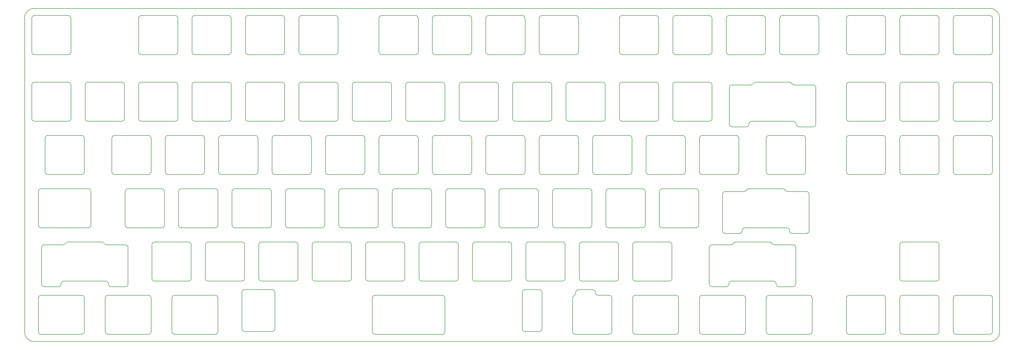
<source format=gbr>
%TF.GenerationSoftware,KiCad,Pcbnew,5.1.7-a382d34a8~88~ubuntu20.04.1*%
%TF.CreationDate,2021-02-20T20:02:39+01:00*%
%TF.ProjectId,mysterium-plate,6d797374-6572-4697-956d-2d706c617465,rev?*%
%TF.SameCoordinates,Original*%
%TF.FileFunction,Soldermask,Bot*%
%TF.FilePolarity,Negative*%
%FSLAX46Y46*%
G04 Gerber Fmt 4.6, Leading zero omitted, Abs format (unit mm)*
G04 Created by KiCad (PCBNEW 5.1.7-a382d34a8~88~ubuntu20.04.1) date 2021-02-20 20:02:39*
%MOMM*%
%LPD*%
G01*
G04 APERTURE LIST*
%TA.AperFunction,Profile*%
%ADD10C,0.200000*%
%TD*%
%TA.AperFunction,Profile*%
%ADD11C,0.150000*%
%TD*%
G04 APERTURE END LIST*
D10*
X225433208Y-148305982D02*
X225433208Y-160305989D01*
X214639451Y-184406002D02*
G75*
G02*
X215639452Y-183406001I1000001J0D01*
G01*
X145470664Y-142255979D02*
X157470671Y-142255979D01*
X221670706Y-99393456D02*
X233670712Y-99393456D01*
X68270623Y-129255972D02*
X68270623Y-141255978D01*
X182283184Y-160305989D02*
G75*
G02*
X181283184Y-161305989I-1000000J0D01*
G01*
X215620703Y-141255978D02*
G75*
G02*
X214620702Y-142255979I-1000001J0D01*
G01*
X221670706Y-142255979D02*
X233670712Y-142255979D01*
X178808182Y-180356000D02*
X190808189Y-180356000D01*
X228908210Y-166355992D02*
X216908203Y-166355992D01*
X115639398Y-198406009D02*
X125395654Y-198406009D01*
X43076859Y-199406010D02*
X57458117Y-199406010D01*
X315927507Y-148305983D02*
G75*
G02*
X316927507Y-149305983I0J-1000000D01*
G01*
X306165001Y-182356001D02*
X311165004Y-182356001D01*
X291820744Y-141255978D02*
G75*
G02*
X290820743Y-142255979I-1000001J0D01*
G01*
X259770726Y-142255978D02*
G75*
G02*
X258770726Y-141255978I0J1000000D01*
G01*
X196570693Y-141255978D02*
G75*
G02*
X195570692Y-142255979I-1000001J0D01*
G01*
X254008223Y-186406003D02*
X254008223Y-198406009D01*
X350258275Y-199406010D02*
X362258282Y-199406010D01*
X281288988Y-168355993D02*
X281288988Y-181356000D01*
X90701885Y-199406010D02*
G75*
G02*
X89701884Y-198406009I0J1000001D01*
G01*
X288288992Y-181356000D02*
G75*
G02*
X289288992Y-180356000I1000000J0D01*
G01*
X259770726Y-142255979D02*
X271770733Y-142255979D01*
X139708161Y-167355992D02*
X139708161Y-179355999D01*
X307489502Y-147305981D02*
G75*
G02*
X308355528Y-147805982I0J-1000001D01*
G01*
X149233167Y-148305982D02*
X149233167Y-160305989D01*
X297004721Y-109705961D02*
G75*
G02*
X296138695Y-110205962I-866026J500000D01*
G01*
X231195711Y-123205969D02*
X243195717Y-123205969D01*
X363258283Y-122205968D02*
G75*
G02*
X362258282Y-123205969I-1000001J0D01*
G01*
X206095698Y-122205968D02*
G75*
G02*
X205095697Y-123205969I-1000001J0D01*
G01*
X330208264Y-86393449D02*
X330208264Y-98393455D01*
X244195718Y-122205968D02*
G75*
G02*
X243195717Y-123205969I-1000001J0D01*
G01*
X248958221Y-179355999D02*
G75*
G02*
X247958220Y-180356000I-1000001J0D01*
G01*
X167995677Y-122205968D02*
G75*
G02*
X166995676Y-123205969I-1000001J0D01*
G01*
X363258282Y-122205968D02*
X363258282Y-110205962D01*
X201620695Y-129255972D02*
X201620695Y-141255978D01*
X382308293Y-98393455D02*
G75*
G02*
X381308292Y-99393456I-1000001J0D01*
G01*
X88320634Y-142255979D02*
G75*
G02*
X87320633Y-141255978I0J1000001D01*
G01*
X240720716Y-142255979D02*
X252720722Y-142255979D01*
X114608148Y-166355992D02*
X102608141Y-166355992D01*
X350258275Y-142255978D02*
G75*
G02*
X349258275Y-141255978I0J1000000D01*
G01*
X193095690Y-123205969D02*
X205095697Y-123205969D01*
X272770734Y-141255978D02*
G75*
G02*
X271770733Y-142255979I-1000001J0D01*
G01*
X263245729Y-122205968D02*
G75*
G02*
X262245728Y-123205969I-1000001J0D01*
G01*
X269295731Y-123205968D02*
G75*
G02*
X268295731Y-122205968I0J1000000D01*
G01*
X102608141Y-180355999D02*
G75*
G02*
X101608141Y-179355999I0J1000000D01*
G01*
X315927507Y-148305982D02*
X309221554Y-148305982D01*
X350258275Y-180356000D02*
X362258282Y-180356000D01*
X95558138Y-166355992D02*
X83558131Y-166355992D01*
X368308285Y-129255972D02*
X368308285Y-141255978D01*
X43076859Y-161305989D02*
X59839368Y-161305989D01*
X101608141Y-167355992D02*
G75*
G02*
X102608141Y-166355992I1000000J0D01*
G01*
X59745618Y-123205968D02*
G75*
G02*
X58745618Y-122205968I0J1000000D01*
G01*
X349258275Y-129255972D02*
X349258275Y-141255978D01*
X106083143Y-160305989D02*
X106083143Y-148305982D01*
X310927504Y-163305990D02*
X315927507Y-163305990D01*
X350258275Y-123205969D02*
X362258282Y-123205969D01*
X382308293Y-122205968D02*
G75*
G02*
X381308292Y-123205969I-1000001J0D01*
G01*
X172758180Y-179355999D02*
G75*
G02*
X171758179Y-180356000I-1000001J0D01*
G01*
X350258275Y-199406009D02*
G75*
G02*
X349258275Y-198406009I0J1000000D01*
G01*
X302633249Y-142255979D02*
X314633256Y-142255979D01*
X145470664Y-142255978D02*
G75*
G02*
X144470664Y-141255978I0J1000000D01*
G01*
X215908203Y-167355992D02*
G75*
G02*
X216908203Y-166355992I1000000J0D01*
G01*
X331208265Y-199406010D02*
G75*
G02*
X330208264Y-198406009I0J1000001D01*
G01*
X43163859Y-168355993D02*
X43163859Y-181356000D01*
X68039873Y-182356001D02*
X73039875Y-182356001D01*
X177520682Y-98393455D02*
G75*
G02*
X176520681Y-99393456I-1000001J0D01*
G01*
X320395759Y-98393455D02*
G75*
G02*
X319395758Y-99393456I-1000001J0D01*
G01*
X45458110Y-142255978D02*
G75*
G02*
X44458110Y-141255978I0J1000000D01*
G01*
X164520675Y-142255979D02*
G75*
G02*
X163520674Y-141255978I0J1000001D01*
G01*
X255008224Y-180356000D02*
X267008230Y-180356000D01*
X68270622Y-129255972D02*
G75*
G02*
X69270623Y-128255971I1000001J0D01*
G01*
X60839368Y-160305989D02*
G75*
G02*
X59839368Y-161305989I-1000000J0D01*
G01*
X162139423Y-199406009D02*
G75*
G02*
X161139423Y-198406009I0J1000000D01*
G01*
X163520674Y-86393449D02*
X163520674Y-98393455D01*
X234958213Y-167355992D02*
X234958213Y-179355999D01*
X66889372Y-199406010D02*
X81270630Y-199406010D01*
X287345741Y-86393449D02*
G75*
G02*
X288345742Y-85393448I1000001J0D01*
G01*
X369308285Y-142255978D02*
G75*
G02*
X368308285Y-141255978I0J1000000D01*
G01*
X232576962Y-186406003D02*
X232576962Y-198406009D01*
X120658151Y-167355992D02*
X120658151Y-179355999D01*
X369308285Y-99393456D02*
X381308292Y-99393456D01*
X294201995Y-198406009D02*
G75*
G02*
X293201994Y-199406010I-1000001J0D01*
G01*
X50163864Y-181356000D02*
G75*
G02*
X51163864Y-180356000I1000000J0D01*
G01*
X135945659Y-99393456D02*
X147945666Y-99393456D01*
X128895656Y-109205961D02*
X116895649Y-109205961D01*
X192095690Y-110205962D02*
X192095690Y-122205968D01*
X235958213Y-180355999D02*
G75*
G02*
X234958213Y-179355999I0J1000000D01*
G01*
X40695608Y-123205969D02*
X52695614Y-123205969D01*
X196570693Y-98393455D02*
G75*
G02*
X195570692Y-99393456I-1000001J0D01*
G01*
X282295738Y-98393455D02*
X282295738Y-86393449D01*
X344208272Y-122205968D02*
G75*
G02*
X343208271Y-123205969I-1000001J0D01*
G01*
X263533228Y-148305982D02*
X263533228Y-160305989D01*
X111133146Y-148305982D02*
X111133146Y-160305989D01*
X231195711Y-123205969D02*
G75*
G02*
X230195710Y-122205968I0J1000001D01*
G01*
X58458117Y-141255978D02*
X58458117Y-129255972D01*
X363258282Y-98393455D02*
X363258282Y-86393449D01*
X97845639Y-99393456D02*
G75*
G02*
X96845638Y-98393455I0J1000001D01*
G01*
X202620695Y-99393456D02*
X214620702Y-99393456D01*
X74033126Y-161305989D02*
X86033132Y-161305989D01*
X382308293Y-198406009D02*
G75*
G02*
X381308292Y-199406010I-1000001J0D01*
G01*
X239433215Y-160305989D02*
G75*
G02*
X238433215Y-161305989I-1000000J0D01*
G01*
X106083144Y-198406009D02*
G75*
G02*
X105083143Y-199406010I-1000001J0D01*
G01*
X318014508Y-198406009D02*
G75*
G02*
X317014507Y-199406010I-1000001J0D01*
G01*
X121658152Y-180356000D02*
G75*
G02*
X120658151Y-179355999I0J1000001D01*
G01*
X131183157Y-161305989D02*
X143183163Y-161305989D01*
X300345748Y-85393448D02*
X288345742Y-85393448D01*
X188333188Y-161305989D02*
X200333194Y-161305989D01*
X150233167Y-161305989D02*
G75*
G02*
X149233167Y-160305989I0J1000000D01*
G01*
X221670706Y-99393456D02*
G75*
G02*
X220670705Y-98393455I0J1000001D01*
G01*
X87320633Y-129255972D02*
X87320633Y-141255978D01*
X115895649Y-110205962D02*
X115895649Y-122205968D01*
X319308759Y-124205969D02*
G75*
G02*
X318308758Y-125205970I-1000001J0D01*
G01*
X154995670Y-123205969D02*
G75*
G02*
X153995669Y-122205968I0J1000001D01*
G01*
X74033126Y-161305990D02*
G75*
G02*
X73033125Y-160305989I0J1000001D01*
G01*
X90701885Y-199406010D02*
X105083143Y-199406010D01*
X116895649Y-99393456D02*
X128895656Y-99393456D01*
X369308285Y-123205969D02*
X381308292Y-123205969D01*
X313308755Y-125205970D02*
X318308758Y-125205970D01*
X239720715Y-129255972D02*
X239720715Y-141255978D01*
X215908203Y-167355992D02*
X215908203Y-179355999D01*
X289288992Y-180356000D02*
X304165000Y-180356000D01*
X245576969Y-185406003D02*
G75*
G02*
X246576969Y-186406003I0J-1000000D01*
G01*
X245576969Y-185406002D02*
X241695716Y-185406002D01*
X278820736Y-142255979D02*
X290820743Y-142255979D01*
X202620695Y-99393455D02*
G75*
G02*
X201620695Y-98393455I0J1000000D01*
G01*
X350258275Y-99393456D02*
X362258282Y-99393456D01*
X309221554Y-148305983D02*
G75*
G02*
X308355528Y-147805982I0J1000001D01*
G01*
X87033132Y-160305989D02*
G75*
G02*
X86033132Y-161305989I-1000000J0D01*
G01*
X131183157Y-161305990D02*
G75*
G02*
X130183156Y-160305989I0J1000001D01*
G01*
X368308285Y-110205962D02*
X368308285Y-122205968D01*
X197858193Y-180356000D02*
X209858199Y-180356000D01*
X363258283Y-198406009D02*
G75*
G02*
X362258282Y-199406010I-1000001J0D01*
G01*
X246576969Y-198406009D02*
X246576969Y-186406003D01*
X250245721Y-123205969D02*
X262245728Y-123205969D01*
X363258283Y-179355999D02*
G75*
G02*
X362258282Y-180356000I-1000001J0D01*
G01*
X215620703Y-98393455D02*
G75*
G02*
X214620702Y-99393456I-1000001J0D01*
G01*
X362258282Y-185406003D02*
G75*
G02*
X363258282Y-186406003I0J-1000000D01*
G01*
X221670706Y-142255979D02*
G75*
G02*
X220670705Y-141255978I0J1000001D01*
G01*
X250245721Y-99393456D02*
X262245728Y-99393456D01*
X363258282Y-198406009D02*
X363258282Y-186406003D01*
X233576962Y-199406009D02*
G75*
G02*
X232576962Y-198406009I0J1000000D01*
G01*
X225145708Y-122205968D02*
G75*
G02*
X224145707Y-123205969I-1000001J0D01*
G01*
X169283177Y-161305989D02*
X181283184Y-161305989D01*
X45458110Y-142255979D02*
X57458117Y-142255979D01*
X369308285Y-123205968D02*
G75*
G02*
X368308285Y-122205968I0J1000000D01*
G01*
X107370644Y-142255979D02*
X119370650Y-142255979D01*
X77795628Y-110205962D02*
X77795628Y-122205968D01*
X164520675Y-142255979D02*
X176520681Y-142255979D01*
X58745618Y-110205962D02*
X58745618Y-122205968D01*
X235958213Y-180356000D02*
X247958220Y-180356000D01*
X202620695Y-142255979D02*
X214620702Y-142255979D01*
X101608141Y-167355992D02*
X101608141Y-179355999D01*
X162233174Y-147305982D02*
X150233167Y-147305982D01*
X226433208Y-161305989D02*
X238433215Y-161305989D01*
X174045680Y-123205969D02*
G75*
G02*
X173045679Y-122205968I0J1000001D01*
G01*
X268295731Y-110205962D02*
X268295731Y-122205968D01*
X245483218Y-161305989D02*
X257483225Y-161305989D01*
X58458118Y-198406009D02*
G75*
G02*
X57458117Y-199406010I-1000001J0D01*
G01*
X350258275Y-123205968D02*
G75*
G02*
X349258275Y-122205968I0J1000000D01*
G01*
X309870753Y-109205961D02*
X297870747Y-109205961D01*
X302633249Y-199406009D02*
G75*
G02*
X301633249Y-198406009I0J1000000D01*
G01*
X282295739Y-98393455D02*
G75*
G02*
X281295738Y-99393456I-1000001J0D01*
G01*
X382308293Y-141255978D02*
G75*
G02*
X381308292Y-142255979I-1000001J0D01*
G01*
X177808182Y-167355992D02*
X177808182Y-179355999D01*
X207383198Y-161305990D02*
G75*
G02*
X206383197Y-160305989I0J1000001D01*
G01*
X88320634Y-142255979D02*
X100320640Y-142255979D01*
X125133153Y-160305989D02*
G75*
G02*
X124133153Y-161305989I-1000000J0D01*
G01*
X363258283Y-98393455D02*
G75*
G02*
X362258282Y-99393456I-1000001J0D01*
G01*
X263245729Y-98393455D02*
G75*
G02*
X262245728Y-99393456I-1000001J0D01*
G01*
X331208265Y-99393456D02*
G75*
G02*
X330208264Y-98393455I0J1000001D01*
G01*
X40695608Y-99393456D02*
X52695614Y-99393456D01*
X169283177Y-161305989D02*
G75*
G02*
X168283177Y-160305989I0J1000000D01*
G01*
X258483225Y-160305989D02*
G75*
G02*
X257483225Y-161305989I-1000000J0D01*
G01*
X344208272Y-98393455D02*
G75*
G02*
X343208271Y-99393456I-1000001J0D01*
G01*
X249245721Y-110205962D02*
X249245721Y-122205968D01*
X254008223Y-167355992D02*
X254008223Y-179355999D01*
X39695607Y-110205962D02*
X39695607Y-122205968D01*
X101320641Y-141255978D02*
G75*
G02*
X100320640Y-142255979I-1000001J0D01*
G01*
X90795635Y-109205961D02*
X78795628Y-109205961D01*
X331208265Y-123205969D02*
G75*
G02*
X330208264Y-122205968I0J1000001D01*
G01*
X126420654Y-142255978D02*
G75*
G02*
X125420654Y-141255978I0J1000000D01*
G01*
X212145700Y-123205968D02*
G75*
G02*
X211145700Y-122205968I0J1000000D01*
G01*
X168283177Y-148305982D02*
X168283177Y-160305989D01*
X51163864Y-180356000D02*
X66039872Y-180356000D01*
X110845646Y-122205968D02*
G75*
G02*
X109845645Y-123205969I-1000001J0D01*
G01*
X172758179Y-179355999D02*
X172758179Y-167355992D01*
X247958220Y-166355992D02*
X235958213Y-166355992D01*
X234958213Y-167355992D02*
G75*
G02*
X235958213Y-166355992I1000000J0D01*
G01*
X134658159Y-179355999D02*
X134658159Y-167355992D01*
X133658158Y-166355991D02*
G75*
G02*
X134658159Y-167355992I0J-1000001D01*
G01*
X133658158Y-166355992D02*
X121658152Y-166355992D01*
X120658152Y-167355992D02*
G75*
G02*
X121658152Y-166355992I1000000J0D01*
G01*
X81270630Y-185406002D02*
X66889372Y-185406002D01*
X183570685Y-142255979D02*
X195570692Y-142255979D01*
X381308292Y-185406002D02*
X369308285Y-185406002D01*
X229908211Y-179355999D02*
G75*
G02*
X228908210Y-180356000I-1000001J0D01*
G01*
X229908210Y-179355999D02*
X229908210Y-167355992D01*
X215639452Y-198406009D02*
G75*
G02*
X214639452Y-197406009I0J1000000D01*
G01*
X215639452Y-198406009D02*
X220639455Y-198406009D01*
X221639455Y-197406009D02*
G75*
G02*
X220639455Y-198406009I-1000000J0D01*
G01*
X228908210Y-166355992D02*
G75*
G02*
X229908210Y-167355992I0J-1000000D01*
G01*
X363258282Y-179355999D02*
X363258282Y-167355992D01*
X362258282Y-166355992D02*
G75*
G02*
X363258282Y-167355992I0J-1000000D01*
G01*
X362258282Y-166355992D02*
X350258275Y-166355992D01*
X349258275Y-167355992D02*
G75*
G02*
X350258275Y-166355992I1000000J0D01*
G01*
X214639452Y-184406002D02*
X214639452Y-197406009D01*
X226433208Y-161305989D02*
G75*
G02*
X225433208Y-160305989I0J1000000D01*
G01*
X186045686Y-185406002D02*
X162139423Y-185406002D01*
X369308285Y-199406010D02*
X381308292Y-199406010D01*
X105083143Y-185406003D02*
G75*
G02*
X106083143Y-186406003I0J-1000000D01*
G01*
X81270630Y-185406003D02*
G75*
G02*
X82270630Y-186406003I0J-1000000D01*
G01*
X161139423Y-186406003D02*
X161139423Y-198406009D01*
X105083143Y-185406002D02*
X90701885Y-185406002D01*
X294201995Y-198406009D02*
X294201995Y-186406003D01*
X64601871Y-166355992D02*
X52601864Y-166355992D01*
X277820735Y-186406003D02*
G75*
G02*
X278820736Y-185406002I1000001J0D01*
G01*
X65889371Y-186406003D02*
G75*
G02*
X66889372Y-185406002I1000001J0D01*
G01*
X65889371Y-186406003D02*
X65889371Y-198406009D01*
X115639398Y-198406009D02*
G75*
G02*
X114639398Y-197406009I0J1000000D01*
G01*
X293201994Y-185406002D02*
G75*
G02*
X294201995Y-186406003I0J-1000001D01*
G01*
X114639398Y-184406002D02*
X114639398Y-197406009D01*
X125395654Y-183406001D02*
X115639398Y-183406001D01*
X331208265Y-142255979D02*
G75*
G02*
X330208264Y-141255978I0J1000001D01*
G01*
X58458117Y-198406009D02*
X58458117Y-186406003D01*
X318014508Y-198406009D02*
X318014508Y-186406003D01*
X317014507Y-185406002D02*
G75*
G02*
X318014508Y-186406003I0J-1000001D01*
G01*
X42076859Y-148305982D02*
G75*
G02*
X43076859Y-147305982I1000000J0D01*
G01*
X57458117Y-185406003D02*
G75*
G02*
X58458117Y-186406003I0J-1000000D01*
G01*
X57458117Y-185406002D02*
X43076859Y-185406002D01*
X368308284Y-186406003D02*
G75*
G02*
X369308285Y-185406002I1000001J0D01*
G01*
X350258275Y-180355999D02*
G75*
G02*
X349258275Y-179355999I0J1000000D01*
G01*
X42076858Y-186406003D02*
G75*
G02*
X43076859Y-185406002I1000001J0D01*
G01*
X382308292Y-198406009D02*
X382308292Y-186406003D01*
X381308292Y-185406003D02*
G75*
G02*
X382308292Y-186406003I0J-1000000D01*
G01*
X317014507Y-185406002D02*
X302633249Y-185406002D01*
X50869813Y-167355992D02*
X44163860Y-167355992D01*
X240720716Y-142255979D02*
G75*
G02*
X239720715Y-141255978I0J1000001D01*
G01*
X301633248Y-186406003D02*
G75*
G02*
X302633249Y-185406002I1000001J0D01*
G01*
X74039876Y-181356000D02*
X74039876Y-168355993D01*
X77795628Y-86393449D02*
X77795628Y-98393455D01*
X73039875Y-167355992D02*
G75*
G02*
X74039876Y-168355993I0J-1000001D01*
G01*
X51735838Y-166855992D02*
G75*
G02*
X50869813Y-167355992I-866025J500000D01*
G01*
X73039875Y-167355992D02*
X66333923Y-167355992D01*
X66333923Y-167355993D02*
G75*
G02*
X65467897Y-166855992I0J1000001D01*
G01*
X43163859Y-168355993D02*
G75*
G02*
X44163860Y-167355992I1000001J0D01*
G01*
X277820736Y-186406003D02*
X277820736Y-198406009D01*
X343208271Y-185406002D02*
G75*
G02*
X344208272Y-186406003I0J-1000001D01*
G01*
X343208271Y-185406002D02*
X331208265Y-185406002D01*
X239695715Y-183406001D02*
G75*
G02*
X240695716Y-184406002I0J-1000001D01*
G01*
X330208264Y-186406003D02*
G75*
G02*
X331208265Y-185406002I1000001J0D01*
G01*
X66039872Y-180356000D02*
G75*
G02*
X67039872Y-181356000I0J-1000000D01*
G01*
X316927507Y-162305990D02*
G75*
G02*
X315927507Y-163305990I-1000000J0D01*
G01*
X241695716Y-185406002D02*
G75*
G02*
X240695716Y-184406002I0J1000000D01*
G01*
X60839369Y-160305989D02*
X60839369Y-148305982D01*
X59839368Y-147305982D02*
X43076859Y-147305982D01*
X82270631Y-198406009D02*
G75*
G02*
X81270630Y-199406010I-1000001J0D01*
G01*
X306395751Y-86393449D02*
X306395751Y-98393455D01*
X233695712Y-184406002D02*
G75*
G02*
X234695713Y-183406001I1000001J0D01*
G01*
X233695712Y-184406002D02*
X233695712Y-184610619D01*
X233695713Y-184610619D02*
G75*
G02*
X233136337Y-185508311I-1000001J0D01*
G01*
X362258282Y-185406002D02*
X350258275Y-185406002D01*
X81270630Y-128255971D02*
X69270623Y-128255971D01*
X232576961Y-186406003D02*
G75*
G02*
X233136337Y-185508311I1000001J0D01*
G01*
X255008224Y-199406010D02*
X269389481Y-199406010D01*
X269295731Y-99393456D02*
X281295738Y-99393456D01*
X270389482Y-198406009D02*
G75*
G02*
X269389481Y-199406010I-1000001J0D01*
G01*
X270389482Y-198406009D02*
X270389482Y-186406003D01*
X269389481Y-185406002D02*
G75*
G02*
X270389482Y-186406003I0J-1000001D01*
G01*
X349258274Y-186406003D02*
G75*
G02*
X350258275Y-185406002I1000001J0D01*
G01*
X312165004Y-181356000D02*
X312165004Y-168355993D01*
X311165004Y-167355993D02*
G75*
G02*
X312165004Y-168355993I0J-1000000D01*
G01*
X311165004Y-167355992D02*
X304459051Y-167355992D01*
X304459051Y-167355993D02*
G75*
G02*
X303593025Y-166855992I0J1000001D01*
G01*
X302726999Y-166355991D02*
G75*
G02*
X303593025Y-166855992I0J-1000001D01*
G01*
X302726999Y-166355992D02*
X290726993Y-166355992D01*
X289860968Y-166855992D02*
G75*
G02*
X290726993Y-166355992I866025J-500000D01*
G01*
X289860966Y-166855992D02*
G75*
G02*
X288994941Y-167355992I-866025J500000D01*
G01*
X288994941Y-167355992D02*
X282288988Y-167355992D01*
X281288987Y-168355993D02*
G75*
G02*
X282288988Y-167355992I1000001J0D01*
G01*
X40695608Y-123205969D02*
G75*
G02*
X39695607Y-122205968I0J1000001D01*
G01*
X139420662Y-141255978D02*
G75*
G02*
X138420661Y-142255979I-1000001J0D01*
G01*
X43076859Y-161305989D02*
G75*
G02*
X42076859Y-160305989I0J1000000D01*
G01*
X302633249Y-142255978D02*
G75*
G02*
X301633249Y-141255978I0J1000000D01*
G01*
X282288988Y-182356000D02*
G75*
G02*
X281288988Y-181356000I0J1000000D01*
G01*
X220383205Y-160305989D02*
X220383205Y-148305982D01*
X83558131Y-180356000D02*
G75*
G02*
X82558130Y-179355999I0J1000001D01*
G01*
X201620695Y-86393449D02*
X201620695Y-98393455D01*
X135945659Y-123205968D02*
G75*
G02*
X134945659Y-122205968I0J1000000D01*
G01*
X210858200Y-179355999D02*
G75*
G02*
X209858199Y-180356000I-1000001J0D01*
G01*
X282288988Y-182356001D02*
X287288991Y-182356001D01*
X112133146Y-161305989D02*
G75*
G02*
X111133146Y-160305989I0J1000000D01*
G01*
X106370643Y-129255972D02*
X106370643Y-141255978D01*
X307489502Y-147305982D02*
X295489495Y-147305982D01*
X120370651Y-141255978D02*
G75*
G02*
X119370650Y-142255979I-1000001J0D01*
G01*
X288288992Y-181356000D02*
G75*
G02*
X287288991Y-182356001I-1000001J0D01*
G01*
X187045687Y-198406009D02*
X187045687Y-186406003D01*
X134945659Y-110205962D02*
X134945659Y-122205968D01*
X39695607Y-86393449D02*
X39695607Y-98393455D01*
X148945667Y-98393455D02*
G75*
G02*
X147945666Y-99393456I-1000001J0D01*
G01*
X301633249Y-186406003D02*
X301633249Y-198406009D01*
X173045679Y-110205962D02*
X173045679Y-122205968D01*
X93083136Y-161305989D02*
G75*
G02*
X92083136Y-160305989I0J1000000D01*
G01*
X42076859Y-186406003D02*
X42076859Y-198406009D01*
X42076859Y-148305982D02*
X42076859Y-160305989D01*
X174045680Y-123205969D02*
X186045686Y-123205969D01*
X135945659Y-99393455D02*
G75*
G02*
X134945659Y-98393455I0J1000000D01*
G01*
X331208265Y-123205969D02*
X343208271Y-123205969D01*
X53695615Y-98393455D02*
G75*
G02*
X52695614Y-99393456I-1000001J0D01*
G01*
X50163863Y-181356000D02*
G75*
G02*
X49163862Y-182356001I-1000001J0D01*
G01*
X183570685Y-142255978D02*
G75*
G02*
X182570685Y-141255978I0J1000000D01*
G01*
X96845638Y-86393449D02*
X96845638Y-98393455D01*
X269295731Y-123205969D02*
X281295738Y-123205969D01*
X207383198Y-161305989D02*
X219383204Y-161305989D01*
X316927507Y-162305990D02*
X316927507Y-149305983D01*
X330208264Y-110205962D02*
X330208264Y-122205968D01*
X288345742Y-99393456D02*
G75*
G02*
X287345741Y-98393455I0J1000001D01*
G01*
X220639455Y-183406001D02*
G75*
G02*
X221639456Y-184406002I0J-1000001D01*
G01*
X211145700Y-110205962D02*
X211145700Y-122205968D01*
X301633249Y-129255972D02*
X301633249Y-141255978D01*
X234670713Y-98393455D02*
G75*
G02*
X233670712Y-99393456I-1000001J0D01*
G01*
X44163860Y-182356001D02*
G75*
G02*
X43163859Y-181356000I0J1000001D01*
G01*
X307395752Y-99393456D02*
X319395758Y-99393456D01*
X255008224Y-199406010D02*
G75*
G02*
X254008223Y-198406009I0J1000001D01*
G01*
X318308758Y-110205962D02*
X311602805Y-110205962D01*
X278820736Y-142255978D02*
G75*
G02*
X277820736Y-141255978I0J1000000D01*
G01*
X91795636Y-98393455D02*
G75*
G02*
X90795635Y-99393456I-1000001J0D01*
G01*
X97845639Y-99393456D02*
X109845645Y-99393456D01*
X58458118Y-141255978D02*
G75*
G02*
X57458117Y-142255979I-1000001J0D01*
G01*
X344208272Y-198406009D02*
G75*
G02*
X343208271Y-199406010I-1000001J0D01*
G01*
X349258275Y-186406003D02*
X349258275Y-198406009D01*
X116895649Y-123205968D02*
G75*
G02*
X115895649Y-122205968I0J1000000D01*
G01*
X112133146Y-161305989D02*
X124133153Y-161305989D01*
X363258283Y-141255978D02*
G75*
G02*
X362258282Y-142255979I-1000001J0D01*
G01*
X97845639Y-123205969D02*
G75*
G02*
X96845638Y-122205968I0J1000001D01*
G01*
X140708162Y-180356000D02*
X152708168Y-180356000D01*
X97845639Y-123205969D02*
X109845645Y-123205969D01*
X134658159Y-179355999D02*
G75*
G02*
X133658158Y-180356000I-1000001J0D01*
G01*
X115895649Y-86393449D02*
X115895649Y-98393455D01*
X116895649Y-99393455D02*
G75*
G02*
X115895649Y-98393455I0J1000000D01*
G01*
X40695608Y-99393456D02*
G75*
G02*
X39695607Y-98393455I0J1000001D01*
G01*
X331208265Y-99393456D02*
X343208271Y-99393456D01*
X82558130Y-167355992D02*
X82558130Y-179355999D01*
X164520675Y-99393456D02*
G75*
G02*
X163520674Y-98393455I0J1000001D01*
G01*
X249245721Y-86393449D02*
X249245721Y-98393455D01*
X369308285Y-142255979D02*
X381308292Y-142255979D01*
X162139423Y-199406010D02*
X186045686Y-199406010D01*
X318308758Y-110205962D02*
G75*
G02*
X319308758Y-111205962I0J-1000000D01*
G01*
X201333194Y-160305989D02*
G75*
G02*
X200333194Y-161305989I-1000000J0D01*
G01*
X72745626Y-122205968D02*
G75*
G02*
X71745625Y-123205969I-1000001J0D01*
G01*
X158758172Y-167355992D02*
X158758172Y-179355999D01*
X368308285Y-86393449D02*
X368308285Y-98393455D01*
X233576962Y-199406010D02*
X245576969Y-199406010D01*
X220639455Y-183406001D02*
X215639452Y-183406001D01*
X250245721Y-123205968D02*
G75*
G02*
X249245721Y-122205968I0J1000000D01*
G01*
X258770726Y-129255972D02*
X258770726Y-141255978D01*
X197858193Y-180356000D02*
G75*
G02*
X196858192Y-179355999I0J1000001D01*
G01*
X135945659Y-123205969D02*
X147945666Y-123205969D01*
X78795628Y-123205968D02*
G75*
G02*
X77795628Y-122205968I0J1000000D01*
G01*
X309870752Y-109205961D02*
G75*
G02*
X310736779Y-109705961I1J-1000001D01*
G01*
X182570685Y-129255972D02*
X182570685Y-141255978D01*
X77795627Y-110205962D02*
G75*
G02*
X78795628Y-109205961I1000001J0D01*
G01*
X201333195Y-160305989D02*
X201333195Y-148305982D01*
X245483218Y-161305989D02*
G75*
G02*
X244483218Y-160305989I0J1000000D01*
G01*
X250245721Y-99393455D02*
G75*
G02*
X249245721Y-98393455I0J1000000D01*
G01*
X44163860Y-182356001D02*
X49163862Y-182356001D01*
X149233167Y-148305982D02*
G75*
G02*
X150233167Y-147305982I1000000J0D01*
G01*
X330208264Y-129255972D02*
X330208264Y-141255978D01*
X350258275Y-99393455D02*
G75*
G02*
X349258275Y-98393455I0J1000000D01*
G01*
X178808182Y-180355999D02*
G75*
G02*
X177808182Y-179355999I0J1000000D01*
G01*
X187045687Y-122205968D02*
G75*
G02*
X186045686Y-123205969I-1000001J0D01*
G01*
X183570685Y-99393456D02*
X195570692Y-99393456D01*
X183570685Y-99393455D02*
G75*
G02*
X182570685Y-98393455I0J1000000D01*
G01*
X216908203Y-180355999D02*
G75*
G02*
X215908203Y-179355999I0J1000000D01*
G01*
X177520682Y-141255978D02*
G75*
G02*
X176520681Y-142255979I-1000001J0D01*
G01*
X188333188Y-161305990D02*
G75*
G02*
X187333187Y-160305989I0J1000001D01*
G01*
X307395752Y-99393456D02*
G75*
G02*
X306395751Y-98393455I0J1000001D01*
G01*
X158470671Y-141255978D02*
X158470671Y-129255972D01*
X164520675Y-99393456D02*
X176520681Y-99393456D01*
X66889372Y-199406010D02*
G75*
G02*
X65889371Y-198406009I0J1000001D01*
G01*
X246576970Y-198406009D02*
G75*
G02*
X245576969Y-199406010I-1000001J0D01*
G01*
X148945667Y-122205968D02*
G75*
G02*
X147945666Y-123205969I-1000001J0D01*
G01*
X220670705Y-86393449D02*
X220670705Y-98393455D01*
X78795628Y-99393455D02*
G75*
G02*
X77795628Y-98393455I0J1000000D01*
G01*
X163520674Y-129255972D02*
X163520674Y-141255978D01*
X74039876Y-181356000D02*
G75*
G02*
X73039875Y-182356001I-1000001J0D01*
G01*
X93083136Y-161305989D02*
X105083143Y-161305989D01*
X106083143Y-160305989D02*
G75*
G02*
X105083143Y-161305989I-1000000J0D01*
G01*
X134945659Y-86393449D02*
X134945659Y-98393455D01*
X107370644Y-142255979D02*
G75*
G02*
X106370643Y-141255978I0J1000001D01*
G01*
X153995669Y-110205962D02*
X153995669Y-122205968D01*
X369308285Y-99393455D02*
G75*
G02*
X368308285Y-98393455I0J1000000D01*
G01*
X129895657Y-98393455D02*
G75*
G02*
X128895656Y-99393456I-1000001J0D01*
G01*
X144183164Y-160305989D02*
X144183164Y-148305982D01*
X202620695Y-142255978D02*
G75*
G02*
X201620695Y-141255978I0J1000000D01*
G01*
X264533229Y-161305989D02*
X276533235Y-161305989D01*
X69270623Y-142255978D02*
G75*
G02*
X68270623Y-141255978I0J1000000D01*
G01*
X144183163Y-160305989D02*
G75*
G02*
X143183163Y-161305989I-1000000J0D01*
G01*
X287051491Y-163305991D02*
G75*
G02*
X286051490Y-162305990I0J1000001D01*
G01*
X287051491Y-163305990D02*
X292051494Y-163305990D01*
X293051494Y-162305990D02*
G75*
G02*
X294051495Y-161305989I1000001J0D01*
G01*
X83558131Y-180356000D02*
X95558138Y-180356000D01*
X96558138Y-179355999D02*
X96558138Y-167355992D01*
X220670705Y-129255972D02*
X220670705Y-141255978D01*
X134945658Y-86393449D02*
G75*
G02*
X135945659Y-85393448I1000001J0D01*
G01*
X271770733Y-128255971D02*
X259770726Y-128255971D01*
X196570692Y-141255978D02*
X196570692Y-129255972D01*
X195570692Y-128255971D02*
X183570685Y-128255971D01*
X221639456Y-197406009D02*
X221639456Y-184406002D01*
X143183163Y-147305981D02*
G75*
G02*
X144183164Y-148305982I0J-1000001D01*
G01*
X130183157Y-148305982D02*
G75*
G02*
X131183157Y-147305982I1000000J0D01*
G01*
X150233167Y-161305989D02*
X162233174Y-161305989D01*
X163233174Y-160305989D02*
X163233174Y-148305982D01*
X382308292Y-141255978D02*
X382308292Y-129255972D01*
X39695607Y-110205962D02*
G75*
G02*
X40695608Y-109205961I1000001J0D01*
G01*
X319395758Y-85393448D02*
G75*
G02*
X320395759Y-86393449I0J-1000001D01*
G01*
X281295738Y-85393449D02*
G75*
G02*
X282295738Y-86393449I0J-1000000D01*
G01*
X268295730Y-86393449D02*
G75*
G02*
X269295731Y-85393448I1000001J0D01*
G01*
X288345742Y-99393456D02*
X300345748Y-99393456D01*
X230195710Y-110205962D02*
X230195710Y-122205968D01*
X308927503Y-161305990D02*
G75*
G02*
X309927503Y-162305990I0J-1000000D01*
G01*
X293201994Y-185406002D02*
X278820736Y-185406002D01*
X331208265Y-142255979D02*
X343208271Y-142255979D01*
X64601871Y-166355991D02*
G75*
G02*
X65467897Y-166855992I0J-1000001D01*
G01*
X161139422Y-186406003D02*
G75*
G02*
X162139423Y-185406002I1000001J0D01*
G01*
X89701884Y-186406003D02*
G75*
G02*
X90701885Y-185406002I1000001J0D01*
G01*
X186045686Y-185406002D02*
G75*
G02*
X187045687Y-186406003I0J-1000001D01*
G01*
X68039873Y-182356001D02*
G75*
G02*
X67039872Y-181356000I0J1000001D01*
G01*
X121658152Y-180356000D02*
X133658158Y-180356000D01*
X82558131Y-167355992D02*
G75*
G02*
X83558131Y-166355992I1000000J0D01*
G01*
X267008230Y-166355992D02*
X255008224Y-166355992D01*
X191808189Y-179355999D02*
X191808189Y-167355992D01*
X190808189Y-166355992D02*
X178808182Y-166355992D01*
X196858193Y-167355992D02*
G75*
G02*
X197858193Y-166355992I1000000J0D01*
G01*
X281295738Y-109205962D02*
G75*
G02*
X282295738Y-110205962I0J-1000000D01*
G01*
X344208272Y-198406009D02*
X344208272Y-186406003D01*
X281295738Y-109205961D02*
X269295731Y-109205961D01*
X115895648Y-110205962D02*
G75*
G02*
X116895649Y-109205961I1000001J0D01*
G01*
X78795628Y-99393456D02*
X90795635Y-99393456D01*
X381308292Y-109205962D02*
G75*
G02*
X382308292Y-110205962I0J-1000000D01*
G01*
X368308284Y-110205962D02*
G75*
G02*
X369308285Y-109205961I1000001J0D01*
G01*
X176520681Y-128255971D02*
X164520675Y-128255971D01*
X138420661Y-128255971D02*
X126420654Y-128255971D01*
X234670713Y-141255978D02*
G75*
G02*
X233670712Y-142255979I-1000001J0D01*
G01*
X311602805Y-110205962D02*
G75*
G02*
X310736779Y-109705961I0J1000001D01*
G01*
X368308285Y-186406003D02*
X368308285Y-198406009D01*
X330208264Y-186406003D02*
X330208264Y-198406009D01*
X59839368Y-147305981D02*
G75*
G02*
X60839369Y-148305982I0J-1000001D01*
G01*
X182570685Y-86393449D02*
X182570685Y-98393455D01*
X234670713Y-141255978D02*
X234670713Y-129255972D01*
X287345741Y-86393449D02*
X287345741Y-98393455D01*
X212145700Y-123205969D02*
X224145707Y-123205969D01*
X254008223Y-186406003D02*
G75*
G02*
X255008224Y-185406002I1000001J0D01*
G01*
X82270630Y-198406009D02*
X82270630Y-186406003D01*
X53695615Y-122205968D02*
G75*
G02*
X52695614Y-123205969I-1000001J0D01*
G01*
X43076859Y-199406009D02*
G75*
G02*
X42076859Y-198406009I0J1000000D01*
G01*
X350258275Y-142255979D02*
X362258282Y-142255979D01*
X381308292Y-109205961D02*
X369308285Y-109205961D01*
X255008224Y-180356000D02*
G75*
G02*
X254008223Y-179355999I0J1000001D01*
G01*
X177520682Y-141255978D02*
X177520682Y-129255972D01*
X163520674Y-129255972D02*
G75*
G02*
X164520675Y-128255971I1000001J0D01*
G01*
X125420653Y-129255972D02*
G75*
G02*
X126420654Y-128255971I1000001J0D01*
G01*
X157470671Y-128255972D02*
G75*
G02*
X158470671Y-129255972I0J-1000000D01*
G01*
X144470663Y-129255972D02*
G75*
G02*
X145470664Y-128255971I1000001J0D01*
G01*
X87033133Y-160305989D02*
X87033133Y-148305982D01*
X51735839Y-166855992D02*
G75*
G02*
X52601864Y-166355992I866025J-500000D01*
G01*
X239695715Y-183406001D02*
X234695713Y-183406001D01*
X220383204Y-160305989D02*
G75*
G02*
X219383204Y-161305989I-1000000J0D01*
G01*
X319308758Y-124205969D02*
X319308758Y-111205962D01*
X277820736Y-129255972D02*
X277820736Y-141255978D01*
X110845646Y-98393455D02*
G75*
G02*
X109845645Y-99393456I-1000001J0D01*
G01*
X253720723Y-141255978D02*
G75*
G02*
X252720722Y-142255979I-1000001J0D01*
G01*
X53695615Y-98393455D02*
X53695615Y-86393449D01*
X52695614Y-85393448D02*
G75*
G02*
X53695615Y-86393449I0J-1000001D01*
G01*
X52695614Y-85393448D02*
X40695608Y-85393448D01*
X39695607Y-86393449D02*
G75*
G02*
X40695608Y-85393448I1000001J0D01*
G01*
X91795635Y-98393455D02*
X91795635Y-86393449D01*
X90795635Y-85393449D02*
G75*
G02*
X91795635Y-86393449I0J-1000000D01*
G01*
X90795635Y-85393448D02*
X78795628Y-85393448D01*
X77795627Y-86393449D02*
G75*
G02*
X78795628Y-85393448I1000001J0D01*
G01*
X264533229Y-161305990D02*
G75*
G02*
X263533228Y-160305989I0J1000001D01*
G01*
X234670713Y-98393455D02*
X234670713Y-86393449D01*
X233670712Y-85393448D02*
G75*
G02*
X234670713Y-86393449I0J-1000001D01*
G01*
X233670712Y-85393448D02*
X221670706Y-85393448D01*
X220670705Y-86393449D02*
G75*
G02*
X221670706Y-85393448I1000001J0D01*
G01*
X278820736Y-199406010D02*
X293201994Y-199406010D01*
X153708169Y-179355999D02*
G75*
G02*
X152708168Y-180356000I-1000001J0D01*
G01*
X129895656Y-98393455D02*
X129895656Y-86393449D01*
X128895656Y-85393449D02*
G75*
G02*
X129895656Y-86393449I0J-1000000D01*
G01*
X315633257Y-141255978D02*
G75*
G02*
X314633256Y-142255979I-1000001J0D01*
G01*
X344208272Y-141255978D02*
G75*
G02*
X343208271Y-142255979I-1000001J0D01*
G01*
X154995670Y-123205969D02*
X166995676Y-123205969D01*
X297004721Y-109705961D02*
G75*
G02*
X297870747Y-109205961I866026J-500001D01*
G01*
X187045687Y-198406009D02*
G75*
G02*
X186045686Y-199406010I-1000001J0D01*
G01*
X140708162Y-180356000D02*
G75*
G02*
X139708161Y-179355999I0J1000001D01*
G01*
X128895656Y-85393448D02*
X116895649Y-85393448D01*
X115895648Y-86393449D02*
G75*
G02*
X116895649Y-85393448I1000001J0D01*
G01*
X196570692Y-98393455D02*
X196570692Y-86393449D01*
X195570692Y-85393449D02*
G75*
G02*
X196570692Y-86393449I0J-1000000D01*
G01*
X195570692Y-85393448D02*
X183570685Y-85393448D01*
X182570684Y-86393449D02*
G75*
G02*
X183570685Y-85393448I1000001J0D01*
G01*
X110845646Y-98393455D02*
X110845646Y-86393449D01*
X269295731Y-99393455D02*
G75*
G02*
X268295731Y-98393455I0J1000000D01*
G01*
X126395654Y-197406009D02*
G75*
G02*
X125395654Y-198406009I-1000000J0D01*
G01*
X268008231Y-179355999D02*
G75*
G02*
X267008230Y-180356000I-1000001J0D01*
G01*
X109845645Y-85393448D02*
G75*
G02*
X110845646Y-86393449I0J-1000001D01*
G01*
X109845645Y-85393448D02*
X97845639Y-85393448D01*
X96845638Y-86393449D02*
G75*
G02*
X97845639Y-85393448I1000001J0D01*
G01*
X215620702Y-98393455D02*
X215620702Y-86393449D01*
X214620702Y-85393449D02*
G75*
G02*
X215620702Y-86393449I0J-1000000D01*
G01*
X214620702Y-85393448D02*
X202620695Y-85393448D01*
X186045686Y-109205961D02*
G75*
G02*
X187045687Y-110205962I0J-1000001D01*
G01*
X173045679Y-110205962D02*
G75*
G02*
X174045680Y-109205961I1000001J0D01*
G01*
X201620694Y-86393449D02*
G75*
G02*
X202620695Y-85393448I1000001J0D01*
G01*
X148945666Y-98393455D02*
X148945666Y-86393449D01*
X115608149Y-179355999D02*
G75*
G02*
X114608148Y-180356000I-1000001J0D01*
G01*
X147945666Y-85393449D02*
G75*
G02*
X148945666Y-86393449I0J-1000000D01*
G01*
X147945666Y-85393448D02*
X135945659Y-85393448D01*
X177520682Y-98393455D02*
X177520682Y-86393449D01*
X258770725Y-129255972D02*
G75*
G02*
X259770726Y-128255971I1000001J0D01*
G01*
X176520681Y-85393448D02*
G75*
G02*
X177520682Y-86393449I0J-1000001D01*
G01*
X176520681Y-85393448D02*
X164520675Y-85393448D01*
X163520674Y-86393449D02*
G75*
G02*
X164520675Y-85393448I1000001J0D01*
G01*
X53695615Y-122205968D02*
X53695615Y-110205962D01*
X52695614Y-109205961D02*
G75*
G02*
X53695615Y-110205962I0J-1000001D01*
G01*
X52695614Y-109205961D02*
X40695608Y-109205961D01*
X320395759Y-98393455D02*
X320395759Y-86393449D01*
X319395758Y-85393448D02*
X307395752Y-85393448D01*
X306395751Y-86393449D02*
G75*
G02*
X307395752Y-85393448I1000001J0D01*
G01*
X281295738Y-85393448D02*
X269295731Y-85393448D01*
X268295731Y-86393449D02*
X268295731Y-98393455D01*
X301345749Y-98393455D02*
G75*
G02*
X300345748Y-99393456I-1000001J0D01*
G01*
X301345749Y-98393455D02*
X301345749Y-86393449D01*
X300345748Y-85393448D02*
G75*
G02*
X301345749Y-86393449I0J-1000001D01*
G01*
X382308292Y-98393455D02*
X382308292Y-86393449D01*
X381308292Y-85393449D02*
G75*
G02*
X382308292Y-86393449I0J-1000000D01*
G01*
X381308292Y-85393448D02*
X369308285Y-85393448D01*
X368308284Y-86393449D02*
G75*
G02*
X369308285Y-85393448I1000001J0D01*
G01*
X344208272Y-98393455D02*
X344208272Y-86393449D01*
X343208271Y-85393448D02*
G75*
G02*
X344208272Y-86393449I0J-1000001D01*
G01*
X349258275Y-110205962D02*
X349258275Y-122205968D01*
X343208271Y-85393448D02*
X331208265Y-85393448D01*
X330208264Y-86393449D02*
G75*
G02*
X331208265Y-85393448I1000001J0D01*
G01*
X263245728Y-98393455D02*
X263245728Y-86393449D01*
X262245728Y-85393449D02*
G75*
G02*
X263245728Y-86393449I0J-1000000D01*
G01*
X262245728Y-85393448D02*
X250245721Y-85393448D01*
X249245720Y-86393449D02*
G75*
G02*
X250245721Y-85393448I1000001J0D01*
G01*
X362258282Y-85393449D02*
G75*
G02*
X363258282Y-86393449I0J-1000000D01*
G01*
X362258282Y-85393448D02*
X350258275Y-85393448D01*
X349258274Y-86393449D02*
G75*
G02*
X350258275Y-85393448I1000001J0D01*
G01*
X349258275Y-86393449D02*
X349258275Y-98393455D01*
X78795628Y-123205969D02*
X90795635Y-123205969D01*
X91795636Y-122205968D02*
G75*
G02*
X90795635Y-123205969I-1000001J0D01*
G01*
X91795635Y-122205968D02*
X91795635Y-110205962D01*
X90795635Y-109205962D02*
G75*
G02*
X91795635Y-110205962I0J-1000000D01*
G01*
X206095697Y-122205968D02*
X206095697Y-110205962D01*
X205095697Y-109205962D02*
G75*
G02*
X206095697Y-110205962I0J-1000000D01*
G01*
X205095697Y-109205961D02*
X193095690Y-109205961D01*
X192095689Y-110205962D02*
G75*
G02*
X193095690Y-109205961I1000001J0D01*
G01*
X148945666Y-122205968D02*
X148945666Y-110205962D01*
X147945666Y-109205962D02*
G75*
G02*
X148945666Y-110205962I0J-1000000D01*
G01*
X147945666Y-109205961D02*
X135945659Y-109205961D01*
X134945658Y-110205962D02*
G75*
G02*
X135945659Y-109205961I1000001J0D01*
G01*
X302633249Y-199406010D02*
X317014507Y-199406010D01*
X116895649Y-123205969D02*
X128895656Y-123205969D01*
X129895657Y-122205968D02*
G75*
G02*
X128895656Y-123205969I-1000001J0D01*
G01*
X129895656Y-122205968D02*
X129895656Y-110205962D01*
X128895656Y-109205962D02*
G75*
G02*
X129895656Y-110205962I0J-1000000D01*
G01*
X167995677Y-122205968D02*
X167995677Y-110205962D01*
X166995676Y-109205961D02*
G75*
G02*
X167995677Y-110205962I0J-1000001D01*
G01*
X166995676Y-109205961D02*
X154995670Y-109205961D01*
X278820736Y-199406009D02*
G75*
G02*
X277820736Y-198406009I0J1000000D01*
G01*
X158470672Y-141255978D02*
G75*
G02*
X157470671Y-142255979I-1000001J0D01*
G01*
X139420661Y-141255978D02*
X139420661Y-129255972D01*
X153995669Y-110205962D02*
G75*
G02*
X154995670Y-109205961I1000001J0D01*
G01*
X110845646Y-122205968D02*
X110845646Y-110205962D01*
X109845645Y-109205961D02*
G75*
G02*
X110845646Y-110205962I0J-1000001D01*
G01*
X109845645Y-109205961D02*
X97845639Y-109205961D01*
X96845638Y-110205962D02*
G75*
G02*
X97845639Y-109205961I1000001J0D01*
G01*
X72745625Y-122205968D02*
X72745625Y-110205962D01*
X89701884Y-186406003D02*
X89701884Y-198406009D01*
X252720722Y-128255971D02*
X240720716Y-128255971D01*
X291820744Y-141255978D02*
X291820744Y-129255972D01*
X290820743Y-128255971D02*
X278820736Y-128255971D01*
X71745625Y-109205962D02*
G75*
G02*
X72745625Y-110205962I0J-1000000D01*
G01*
X71745625Y-109205961D02*
X59745618Y-109205961D01*
X58745617Y-110205962D02*
G75*
G02*
X59745618Y-109205961I1000001J0D01*
G01*
X187045687Y-122205968D02*
X187045687Y-110205962D01*
X244483218Y-148305982D02*
G75*
G02*
X245483218Y-147305982I1000000J0D01*
G01*
X294623469Y-147805982D02*
G75*
G02*
X293757444Y-148305982I-866025J500000D01*
G01*
X349258275Y-167355992D02*
X349258275Y-179355999D01*
X286051490Y-149305983D02*
G75*
G02*
X287051491Y-148305982I1000001J0D01*
G01*
X186045686Y-109205961D02*
X174045680Y-109205961D01*
X362258282Y-109205962D02*
G75*
G02*
X363258282Y-110205962I0J-1000000D01*
G01*
X362258282Y-109205961D02*
X350258275Y-109205961D01*
X349258274Y-110205962D02*
G75*
G02*
X350258275Y-109205961I1000001J0D01*
G01*
X244195718Y-122205968D02*
X244195718Y-110205962D01*
X243195717Y-109205961D02*
G75*
G02*
X244195718Y-110205962I0J-1000001D01*
G01*
X243195717Y-109205961D02*
X231195711Y-109205961D01*
X125395654Y-183406002D02*
G75*
G02*
X126395654Y-184406002I0J-1000000D01*
G01*
X230195710Y-110205962D02*
G75*
G02*
X231195711Y-109205961I1000001J0D01*
G01*
X282295738Y-122205968D02*
X282295738Y-110205962D01*
X210858200Y-179355999D02*
X210858200Y-167355992D01*
X209858199Y-166355991D02*
G75*
G02*
X210858200Y-167355992I0J-1000001D01*
G01*
X153708169Y-179355999D02*
X153708169Y-167355992D01*
X152708168Y-166355992D02*
X140708162Y-166355992D01*
X268295730Y-110205962D02*
G75*
G02*
X269295731Y-109205961I1000001J0D01*
G01*
X344208272Y-122205968D02*
X344208272Y-110205962D01*
X126420654Y-142255979D02*
X138420661Y-142255979D01*
X343208271Y-109205961D02*
G75*
G02*
X344208272Y-110205962I0J-1000001D01*
G01*
X343208271Y-109205961D02*
X331208265Y-109205961D01*
X330208264Y-110205962D02*
G75*
G02*
X331208265Y-109205961I1000001J0D01*
G01*
X263245728Y-122205968D02*
X263245728Y-110205962D01*
X262245728Y-109205962D02*
G75*
G02*
X263245728Y-110205962I0J-1000000D01*
G01*
X262245728Y-109205961D02*
X250245721Y-109205961D01*
X249245720Y-110205962D02*
G75*
G02*
X250245721Y-109205961I1000001J0D01*
G01*
X296138695Y-110205962D02*
X289432742Y-110205962D01*
X331208265Y-199406010D02*
X343208271Y-199406010D01*
X288432742Y-111205962D02*
G75*
G02*
X289432742Y-110205962I1000000J0D01*
G01*
X288432742Y-111205962D02*
X288432742Y-124205969D01*
X244483218Y-148305982D02*
X244483218Y-160305989D01*
X289432742Y-125205969D02*
G75*
G02*
X288432742Y-124205969I0J1000000D01*
G01*
X289432742Y-125205970D02*
X294432745Y-125205970D01*
X59745618Y-123205969D02*
X71745625Y-123205969D01*
X295432746Y-124205969D02*
G75*
G02*
X294432745Y-125205970I-1000001J0D01*
G01*
X295432746Y-124205969D02*
G75*
G02*
X296432746Y-123205969I1000000J0D01*
G01*
X296432746Y-123205969D02*
X311308754Y-123205969D01*
X311308754Y-123205968D02*
G75*
G02*
X312308755Y-124205969I0J-1000001D01*
G01*
X313308755Y-125205969D02*
G75*
G02*
X312308755Y-124205969I0J1000000D01*
G01*
X225145707Y-122205968D02*
X225145707Y-110205962D01*
X224145707Y-109205962D02*
G75*
G02*
X225145707Y-110205962I0J-1000000D01*
G01*
X224145707Y-109205961D02*
X212145700Y-109205961D01*
X211145699Y-110205962D02*
G75*
G02*
X212145700Y-109205961I1000001J0D01*
G01*
X101320641Y-141255978D02*
X101320641Y-129255972D01*
X312165005Y-181356000D02*
G75*
G02*
X311165004Y-182356001I-1000001J0D01*
G01*
X100320640Y-128255971D02*
G75*
G02*
X101320641Y-129255972I0J-1000001D01*
G01*
X100320640Y-128255971D02*
X88320634Y-128255971D01*
X87320633Y-129255972D02*
G75*
G02*
X88320634Y-128255971I1000001J0D01*
G01*
X120370651Y-141255978D02*
X120370651Y-129255972D01*
X119370650Y-128255971D02*
G75*
G02*
X120370651Y-129255972I0J-1000001D01*
G01*
X119370650Y-128255971D02*
X107370644Y-128255971D01*
X96845638Y-110205962D02*
X96845638Y-122205968D01*
X106370643Y-129255972D02*
G75*
G02*
X107370644Y-128255971I1000001J0D01*
G01*
X382308292Y-122205968D02*
X382308292Y-110205962D01*
X176520681Y-128255971D02*
G75*
G02*
X177520682Y-129255972I0J-1000001D01*
G01*
X138420661Y-128255972D02*
G75*
G02*
X139420661Y-129255972I0J-1000000D01*
G01*
X125420654Y-129255972D02*
X125420654Y-141255978D01*
X157470671Y-128255971D02*
X145470664Y-128255971D01*
X144470664Y-129255972D02*
X144470664Y-141255978D01*
X69270623Y-142255979D02*
X81270630Y-142255979D01*
X82270631Y-141255978D02*
G75*
G02*
X81270630Y-142255979I-1000001J0D01*
G01*
X82270630Y-141255978D02*
X82270630Y-129255972D01*
X81270630Y-128255972D02*
G75*
G02*
X82270630Y-129255972I0J-1000000D01*
G01*
X57458117Y-128255972D02*
G75*
G02*
X58458117Y-129255972I0J-1000000D01*
G01*
X57458117Y-128255971D02*
X45458110Y-128255971D01*
X44458109Y-129255972D02*
G75*
G02*
X45458110Y-128255971I1000001J0D01*
G01*
X44458110Y-129255972D02*
X44458110Y-141255978D01*
X253720723Y-141255978D02*
X253720723Y-129255972D01*
X252720722Y-128255971D02*
G75*
G02*
X253720723Y-129255972I0J-1000001D01*
G01*
X239720715Y-129255972D02*
G75*
G02*
X240720716Y-128255971I1000001J0D01*
G01*
X290820743Y-128255971D02*
G75*
G02*
X291820744Y-129255972I0J-1000001D01*
G01*
X277820735Y-129255972D02*
G75*
G02*
X278820736Y-128255971I1000001J0D01*
G01*
X344208272Y-141255978D02*
X344208272Y-129255972D01*
X343208271Y-128255971D02*
G75*
G02*
X344208272Y-129255972I0J-1000001D01*
G01*
X343208271Y-128255971D02*
X331208265Y-128255971D01*
X330208264Y-129255972D02*
G75*
G02*
X331208265Y-128255971I1000001J0D01*
G01*
X315633256Y-141255978D02*
X315633256Y-129255972D01*
X314633256Y-128255972D02*
G75*
G02*
X315633256Y-129255972I0J-1000000D01*
G01*
X314633256Y-128255971D02*
X302633249Y-128255971D01*
X301633248Y-129255972D02*
G75*
G02*
X302633249Y-128255971I1000001J0D01*
G01*
X215620702Y-141255978D02*
X215620702Y-129255972D01*
X214620702Y-128255972D02*
G75*
G02*
X215620702Y-129255972I0J-1000000D01*
G01*
X214620702Y-128255971D02*
X202620695Y-128255971D01*
X201620694Y-129255972D02*
G75*
G02*
X202620695Y-128255971I1000001J0D01*
G01*
X233670712Y-128255971D02*
G75*
G02*
X234670713Y-129255972I0J-1000001D01*
G01*
X233670712Y-128255971D02*
X221670706Y-128255971D01*
X220670705Y-129255972D02*
G75*
G02*
X221670706Y-128255971I1000001J0D01*
G01*
X272770733Y-141255978D02*
X272770733Y-129255972D01*
X271770733Y-128255972D02*
G75*
G02*
X272770733Y-129255972I0J-1000000D01*
G01*
X195570692Y-128255972D02*
G75*
G02*
X196570692Y-129255972I0J-1000000D01*
G01*
X182570684Y-129255972D02*
G75*
G02*
X183570685Y-128255971I1000001J0D01*
G01*
X159758172Y-180355999D02*
G75*
G02*
X158758172Y-179355999I0J1000000D01*
G01*
X143183163Y-147305982D02*
X131183157Y-147305982D01*
X130183156Y-148305982D02*
X130183156Y-160305989D01*
X163233174Y-160305989D02*
G75*
G02*
X162233174Y-161305989I-1000000J0D01*
G01*
X162233174Y-147305982D02*
G75*
G02*
X163233174Y-148305982I0J-1000000D01*
G01*
X381308292Y-128255972D02*
G75*
G02*
X382308292Y-129255972I0J-1000000D01*
G01*
X381308292Y-128255971D02*
X369308285Y-128255971D01*
X114639397Y-184406002D02*
G75*
G02*
X115639398Y-183406001I1000001J0D01*
G01*
X248958220Y-179355999D02*
X248958220Y-167355992D01*
X171758179Y-166355992D02*
G75*
G02*
X172758179Y-167355992I0J-1000000D01*
G01*
X368308284Y-129255972D02*
G75*
G02*
X369308285Y-128255971I1000001J0D01*
G01*
X86033132Y-147305981D02*
G75*
G02*
X87033133Y-148305982I0J-1000001D01*
G01*
X86033132Y-147305982D02*
X74033126Y-147305982D01*
X73033126Y-148305982D02*
G75*
G02*
X74033126Y-147305982I1000000J0D01*
G01*
X73033125Y-148305982D02*
X73033125Y-160305989D01*
X363258282Y-141255978D02*
X363258282Y-129255972D01*
X362258282Y-128255972D02*
G75*
G02*
X363258282Y-129255972I0J-1000000D01*
G01*
X362258282Y-128255971D02*
X350258275Y-128255971D01*
X349258274Y-129255972D02*
G75*
G02*
X350258275Y-128255971I1000001J0D01*
G01*
X125133153Y-160305989D02*
X125133153Y-148305982D01*
X124133153Y-147305982D02*
G75*
G02*
X125133153Y-148305982I0J-1000000D01*
G01*
X124133153Y-147305982D02*
X112133146Y-147305982D01*
X111133146Y-148305982D02*
G75*
G02*
X112133146Y-147305982I1000000J0D01*
G01*
X105083143Y-147305982D02*
G75*
G02*
X106083143Y-148305982I0J-1000000D01*
G01*
X282295739Y-122205968D02*
G75*
G02*
X281295738Y-123205969I-1000001J0D01*
G01*
X105083143Y-147305982D02*
X93083136Y-147305982D01*
X92083136Y-148305982D02*
G75*
G02*
X93083136Y-147305982I1000000J0D01*
G01*
X92083136Y-148305982D02*
X92083136Y-160305989D01*
X200333194Y-147305981D02*
G75*
G02*
X201333195Y-148305982I0J-1000001D01*
G01*
X200333194Y-147305982D02*
X188333188Y-147305982D01*
X193095690Y-123205968D02*
G75*
G02*
X192095690Y-122205968I0J1000000D01*
G01*
X187333188Y-148305982D02*
G75*
G02*
X188333188Y-147305982I1000000J0D01*
G01*
X277533235Y-160305989D02*
G75*
G02*
X276533235Y-161305989I-1000000J0D01*
G01*
X187333187Y-148305982D02*
X187333187Y-160305989D01*
X159758172Y-180356000D02*
X171758179Y-180356000D01*
X182283184Y-160305989D02*
X182283184Y-148305982D01*
X369308285Y-199406009D02*
G75*
G02*
X368308285Y-198406009I0J1000000D01*
G01*
X126395654Y-197406009D02*
X126395654Y-184406002D01*
X181283184Y-147305982D02*
G75*
G02*
X182283184Y-148305982I0J-1000000D01*
G01*
X181283184Y-147305982D02*
X169283177Y-147305982D01*
X168283177Y-148305982D02*
G75*
G02*
X169283177Y-147305982I1000000J0D01*
G01*
X277533236Y-160305989D02*
X277533236Y-148305982D01*
X276533235Y-147305981D02*
G75*
G02*
X277533236Y-148305982I0J-1000001D01*
G01*
X276533235Y-147305982D02*
X264533229Y-147305982D01*
X263533229Y-148305982D02*
G75*
G02*
X264533229Y-147305982I1000000J0D01*
G01*
X239433215Y-160305989D02*
X239433215Y-148305982D01*
X238433215Y-147305982D02*
G75*
G02*
X239433215Y-148305982I0J-1000000D01*
G01*
X238433215Y-147305982D02*
X226433208Y-147305982D01*
X225433208Y-148305982D02*
G75*
G02*
X226433208Y-147305982I1000000J0D01*
G01*
X219383204Y-147305981D02*
G75*
G02*
X220383205Y-148305982I0J-1000001D01*
G01*
X219383204Y-147305982D02*
X207383198Y-147305982D01*
X206383198Y-148305982D02*
G75*
G02*
X207383198Y-147305982I1000000J0D01*
G01*
X206383197Y-148305982D02*
X206383197Y-160305989D01*
X258483225Y-160305989D02*
X258483225Y-148305982D01*
X257483225Y-147305982D02*
G75*
G02*
X258483225Y-148305982I0J-1000000D01*
G01*
X257483225Y-147305982D02*
X245483218Y-147305982D01*
X294623470Y-147805982D02*
G75*
G02*
X295489495Y-147305982I866025J-500000D01*
G01*
X293757444Y-148305982D02*
X287051491Y-148305982D01*
X286051490Y-149305983D02*
X286051490Y-162305990D01*
X293051494Y-162305990D02*
G75*
G02*
X292051494Y-163305990I-1000000J0D01*
G01*
X294051495Y-161305989D02*
X308927503Y-161305989D01*
X96558139Y-179355999D02*
G75*
G02*
X95558138Y-180356000I-1000001J0D01*
G01*
X95558138Y-166355992D02*
G75*
G02*
X96558138Y-167355992I0J-1000000D01*
G01*
X102608141Y-180356000D02*
X114608148Y-180356000D01*
X115608148Y-179355999D02*
X115608148Y-167355992D01*
X114608148Y-166355992D02*
G75*
G02*
X115608148Y-167355992I0J-1000000D01*
G01*
X268008231Y-179355999D02*
X268008231Y-167355992D01*
X267008230Y-166355991D02*
G75*
G02*
X268008231Y-167355992I0J-1000001D01*
G01*
X310927504Y-163305991D02*
G75*
G02*
X309927503Y-162305990I0J1000001D01*
G01*
X254008224Y-167355992D02*
G75*
G02*
X255008224Y-166355992I1000000J0D01*
G01*
X190808189Y-166355992D02*
G75*
G02*
X191808189Y-167355992I0J-1000000D01*
G01*
X177808182Y-167355992D02*
G75*
G02*
X178808182Y-166355992I1000000J0D01*
G01*
X209858199Y-166355992D02*
X197858193Y-166355992D01*
X152708168Y-166355991D02*
G75*
G02*
X153708169Y-167355992I0J-1000001D01*
G01*
X139708162Y-167355992D02*
G75*
G02*
X140708162Y-166355992I1000000J0D01*
G01*
X106083143Y-198406009D02*
X106083143Y-186406003D01*
X247958220Y-166355992D02*
G75*
G02*
X248958220Y-167355992I0J-1000000D01*
G01*
X171758179Y-166355992D02*
X159758172Y-166355992D01*
X216908203Y-180356000D02*
X228908210Y-180356000D01*
X158758172Y-167355992D02*
G75*
G02*
X159758172Y-166355992I1000000J0D01*
G01*
X196858192Y-167355992D02*
X196858192Y-179355999D01*
X191808190Y-179355999D02*
G75*
G02*
X190808189Y-180356000I-1000001J0D01*
G01*
X269389481Y-185406002D02*
X255008224Y-185406002D01*
X306165001Y-182356000D02*
G75*
G02*
X305165001Y-181356000I0J1000000D01*
G01*
X304165000Y-180355999D02*
G75*
G02*
X305165001Y-181356000I0J-1000001D01*
G01*
D11*
X384809999Y-198619941D02*
G75*
G02*
X381505940Y-201930000I-3307059J-3000D01*
G01*
X381499941Y-82863501D02*
G75*
G02*
X384810000Y-86167560I3000J-3307059D01*
G01*
X37147501Y-86173559D02*
G75*
G02*
X40451560Y-82863500I3307059J3000D01*
G01*
X40457559Y-201929999D02*
G75*
G02*
X37147500Y-198625940I-3000J3307059D01*
G01*
X384810000Y-86173559D02*
X384809999Y-198619941D01*
X381505940Y-201930000D02*
X40457559Y-201929999D01*
X37147500Y-198625940D02*
X37147501Y-86173559D01*
X40451560Y-82863500D02*
X381499941Y-82863500D01*
D10*
X225433208Y-148305982D02*
X225433208Y-160305989D01*
X214639451Y-184406002D02*
G75*
G02*
X215639452Y-183406001I1000001J0D01*
G01*
X145470664Y-142255979D02*
X157470671Y-142255979D01*
X221670706Y-99393456D02*
X233670712Y-99393456D01*
X68270623Y-129255972D02*
X68270623Y-141255978D01*
X182283184Y-160305989D02*
G75*
G02*
X181283184Y-161305989I-1000000J0D01*
G01*
X215620703Y-141255978D02*
G75*
G02*
X214620702Y-142255979I-1000001J0D01*
G01*
X221670706Y-142255979D02*
X233670712Y-142255979D01*
X178808182Y-180356000D02*
X190808189Y-180356000D01*
X228908210Y-166355992D02*
X216908203Y-166355992D01*
X115639398Y-198406009D02*
X125395654Y-198406009D01*
X43076859Y-199406010D02*
X57458117Y-199406010D01*
X315927507Y-148305983D02*
G75*
G02*
X316927507Y-149305983I0J-1000000D01*
G01*
X306165001Y-182356001D02*
X311165004Y-182356001D01*
X291820744Y-141255978D02*
G75*
G02*
X290820743Y-142255979I-1000001J0D01*
G01*
X259770726Y-142255978D02*
G75*
G02*
X258770726Y-141255978I0J1000000D01*
G01*
X196570693Y-141255978D02*
G75*
G02*
X195570692Y-142255979I-1000001J0D01*
G01*
X254008223Y-186406003D02*
X254008223Y-198406009D01*
X350258275Y-199406010D02*
X362258282Y-199406010D01*
X281288988Y-168355993D02*
X281288988Y-181356000D01*
X90701885Y-199406010D02*
G75*
G02*
X89701884Y-198406009I0J1000001D01*
G01*
X288288992Y-181356000D02*
G75*
G02*
X289288992Y-180356000I1000000J0D01*
G01*
X259770726Y-142255979D02*
X271770733Y-142255979D01*
X139708161Y-167355992D02*
X139708161Y-179355999D01*
X307489502Y-147305981D02*
G75*
G02*
X308355528Y-147805982I0J-1000001D01*
G01*
X149233167Y-148305982D02*
X149233167Y-160305989D01*
X297004721Y-109705961D02*
G75*
G02*
X296138695Y-110205962I-866026J500000D01*
G01*
X231195711Y-123205969D02*
X243195717Y-123205969D01*
X363258283Y-122205968D02*
G75*
G02*
X362258282Y-123205969I-1000001J0D01*
G01*
X206095698Y-122205968D02*
G75*
G02*
X205095697Y-123205969I-1000001J0D01*
G01*
X330208264Y-86393449D02*
X330208264Y-98393455D01*
X244195718Y-122205968D02*
G75*
G02*
X243195717Y-123205969I-1000001J0D01*
G01*
X248958221Y-179355999D02*
G75*
G02*
X247958220Y-180356000I-1000001J0D01*
G01*
X167995677Y-122205968D02*
G75*
G02*
X166995676Y-123205969I-1000001J0D01*
G01*
X363258282Y-122205968D02*
X363258282Y-110205962D01*
X201620695Y-129255972D02*
X201620695Y-141255978D01*
X382308293Y-98393455D02*
G75*
G02*
X381308292Y-99393456I-1000001J0D01*
G01*
X88320634Y-142255979D02*
G75*
G02*
X87320633Y-141255978I0J1000001D01*
G01*
X240720716Y-142255979D02*
X252720722Y-142255979D01*
X114608148Y-166355992D02*
X102608141Y-166355992D01*
X350258275Y-142255978D02*
G75*
G02*
X349258275Y-141255978I0J1000000D01*
G01*
X193095690Y-123205969D02*
X205095697Y-123205969D01*
X272770734Y-141255978D02*
G75*
G02*
X271770733Y-142255979I-1000001J0D01*
G01*
X263245729Y-122205968D02*
G75*
G02*
X262245728Y-123205969I-1000001J0D01*
G01*
X269295731Y-123205968D02*
G75*
G02*
X268295731Y-122205968I0J1000000D01*
G01*
X102608141Y-180355999D02*
G75*
G02*
X101608141Y-179355999I0J1000000D01*
G01*
X315927507Y-148305982D02*
X309221554Y-148305982D01*
X350258275Y-180356000D02*
X362258282Y-180356000D01*
X95558138Y-166355992D02*
X83558131Y-166355992D01*
X368308285Y-129255972D02*
X368308285Y-141255978D01*
X43076859Y-161305989D02*
X59839368Y-161305989D01*
X101608141Y-167355992D02*
G75*
G02*
X102608141Y-166355992I1000000J0D01*
G01*
X59745618Y-123205968D02*
G75*
G02*
X58745618Y-122205968I0J1000000D01*
G01*
X349258275Y-129255972D02*
X349258275Y-141255978D01*
X106083143Y-160305989D02*
X106083143Y-148305982D01*
X310927504Y-163305990D02*
X315927507Y-163305990D01*
X350258275Y-123205969D02*
X362258282Y-123205969D01*
X382308293Y-122205968D02*
G75*
G02*
X381308292Y-123205969I-1000001J0D01*
G01*
X172758180Y-179355999D02*
G75*
G02*
X171758179Y-180356000I-1000001J0D01*
G01*
X350258275Y-199406009D02*
G75*
G02*
X349258275Y-198406009I0J1000000D01*
G01*
X302633249Y-142255979D02*
X314633256Y-142255979D01*
X145470664Y-142255978D02*
G75*
G02*
X144470664Y-141255978I0J1000000D01*
G01*
X215908203Y-167355992D02*
G75*
G02*
X216908203Y-166355992I1000000J0D01*
G01*
X331208265Y-199406010D02*
G75*
G02*
X330208264Y-198406009I0J1000001D01*
G01*
X43163859Y-168355993D02*
X43163859Y-181356000D01*
X68039873Y-182356001D02*
X73039875Y-182356001D01*
X177520682Y-98393455D02*
G75*
G02*
X176520681Y-99393456I-1000001J0D01*
G01*
X320395759Y-98393455D02*
G75*
G02*
X319395758Y-99393456I-1000001J0D01*
G01*
X45458110Y-142255978D02*
G75*
G02*
X44458110Y-141255978I0J1000000D01*
G01*
X164520675Y-142255979D02*
G75*
G02*
X163520674Y-141255978I0J1000001D01*
G01*
X255008224Y-180356000D02*
X267008230Y-180356000D01*
X68270622Y-129255972D02*
G75*
G02*
X69270623Y-128255971I1000001J0D01*
G01*
X60839368Y-160305989D02*
G75*
G02*
X59839368Y-161305989I-1000000J0D01*
G01*
X162139423Y-199406009D02*
G75*
G02*
X161139423Y-198406009I0J1000000D01*
G01*
X163520674Y-86393449D02*
X163520674Y-98393455D01*
X234958213Y-167355992D02*
X234958213Y-179355999D01*
X66889372Y-199406010D02*
X81270630Y-199406010D01*
X287345741Y-86393449D02*
G75*
G02*
X288345742Y-85393448I1000001J0D01*
G01*
X369308285Y-142255978D02*
G75*
G02*
X368308285Y-141255978I0J1000000D01*
G01*
X232576962Y-186406003D02*
X232576962Y-198406009D01*
X120658151Y-167355992D02*
X120658151Y-179355999D01*
X369308285Y-99393456D02*
X381308292Y-99393456D01*
X294201995Y-198406009D02*
G75*
G02*
X293201994Y-199406010I-1000001J0D01*
G01*
X50163864Y-181356000D02*
G75*
G02*
X51163864Y-180356000I1000000J0D01*
G01*
X135945659Y-99393456D02*
X147945666Y-99393456D01*
X128895656Y-109205961D02*
X116895649Y-109205961D01*
X192095690Y-110205962D02*
X192095690Y-122205968D01*
X235958213Y-180355999D02*
G75*
G02*
X234958213Y-179355999I0J1000000D01*
G01*
X40695608Y-123205969D02*
X52695614Y-123205969D01*
X196570693Y-98393455D02*
G75*
G02*
X195570692Y-99393456I-1000001J0D01*
G01*
X282295738Y-98393455D02*
X282295738Y-86393449D01*
X344208272Y-122205968D02*
G75*
G02*
X343208271Y-123205969I-1000001J0D01*
G01*
X263533228Y-148305982D02*
X263533228Y-160305989D01*
X111133146Y-148305982D02*
X111133146Y-160305989D01*
X231195711Y-123205969D02*
G75*
G02*
X230195710Y-122205968I0J1000001D01*
G01*
X58458117Y-141255978D02*
X58458117Y-129255972D01*
X363258282Y-98393455D02*
X363258282Y-86393449D01*
X97845639Y-99393456D02*
G75*
G02*
X96845638Y-98393455I0J1000001D01*
G01*
X202620695Y-99393456D02*
X214620702Y-99393456D01*
X74033126Y-161305989D02*
X86033132Y-161305989D01*
X382308293Y-198406009D02*
G75*
G02*
X381308292Y-199406010I-1000001J0D01*
G01*
X239433215Y-160305989D02*
G75*
G02*
X238433215Y-161305989I-1000000J0D01*
G01*
X106083144Y-198406009D02*
G75*
G02*
X105083143Y-199406010I-1000001J0D01*
G01*
X318014508Y-198406009D02*
G75*
G02*
X317014507Y-199406010I-1000001J0D01*
G01*
X121658152Y-180356000D02*
G75*
G02*
X120658151Y-179355999I0J1000001D01*
G01*
X131183157Y-161305989D02*
X143183163Y-161305989D01*
X300345748Y-85393448D02*
X288345742Y-85393448D01*
X188333188Y-161305989D02*
X200333194Y-161305989D01*
X150233167Y-161305989D02*
G75*
G02*
X149233167Y-160305989I0J1000000D01*
G01*
X221670706Y-99393456D02*
G75*
G02*
X220670705Y-98393455I0J1000001D01*
G01*
X87320633Y-129255972D02*
X87320633Y-141255978D01*
X115895649Y-110205962D02*
X115895649Y-122205968D01*
X319308759Y-124205969D02*
G75*
G02*
X318308758Y-125205970I-1000001J0D01*
G01*
X154995670Y-123205969D02*
G75*
G02*
X153995669Y-122205968I0J1000001D01*
G01*
X74033126Y-161305990D02*
G75*
G02*
X73033125Y-160305989I0J1000001D01*
G01*
X90701885Y-199406010D02*
X105083143Y-199406010D01*
X116895649Y-99393456D02*
X128895656Y-99393456D01*
X369308285Y-123205969D02*
X381308292Y-123205969D01*
X313308755Y-125205970D02*
X318308758Y-125205970D01*
X239720715Y-129255972D02*
X239720715Y-141255978D01*
X215908203Y-167355992D02*
X215908203Y-179355999D01*
X289288992Y-180356000D02*
X304165000Y-180356000D01*
X245576969Y-185406003D02*
G75*
G02*
X246576969Y-186406003I0J-1000000D01*
G01*
X245576969Y-185406002D02*
X241695716Y-185406002D01*
X278820736Y-142255979D02*
X290820743Y-142255979D01*
X202620695Y-99393455D02*
G75*
G02*
X201620695Y-98393455I0J1000000D01*
G01*
X350258275Y-99393456D02*
X362258282Y-99393456D01*
X309221554Y-148305983D02*
G75*
G02*
X308355528Y-147805982I0J1000001D01*
G01*
X87033132Y-160305989D02*
G75*
G02*
X86033132Y-161305989I-1000000J0D01*
G01*
X131183157Y-161305990D02*
G75*
G02*
X130183156Y-160305989I0J1000001D01*
G01*
X368308285Y-110205962D02*
X368308285Y-122205968D01*
X197858193Y-180356000D02*
X209858199Y-180356000D01*
X363258283Y-198406009D02*
G75*
G02*
X362258282Y-199406010I-1000001J0D01*
G01*
X246576969Y-198406009D02*
X246576969Y-186406003D01*
X250245721Y-123205969D02*
X262245728Y-123205969D01*
X363258283Y-179355999D02*
G75*
G02*
X362258282Y-180356000I-1000001J0D01*
G01*
X215620703Y-98393455D02*
G75*
G02*
X214620702Y-99393456I-1000001J0D01*
G01*
X362258282Y-185406003D02*
G75*
G02*
X363258282Y-186406003I0J-1000000D01*
G01*
X221670706Y-142255979D02*
G75*
G02*
X220670705Y-141255978I0J1000001D01*
G01*
X250245721Y-99393456D02*
X262245728Y-99393456D01*
X363258282Y-198406009D02*
X363258282Y-186406003D01*
X233576962Y-199406009D02*
G75*
G02*
X232576962Y-198406009I0J1000000D01*
G01*
X225145708Y-122205968D02*
G75*
G02*
X224145707Y-123205969I-1000001J0D01*
G01*
X169283177Y-161305989D02*
X181283184Y-161305989D01*
X45458110Y-142255979D02*
X57458117Y-142255979D01*
X369308285Y-123205968D02*
G75*
G02*
X368308285Y-122205968I0J1000000D01*
G01*
X107370644Y-142255979D02*
X119370650Y-142255979D01*
X77795628Y-110205962D02*
X77795628Y-122205968D01*
X164520675Y-142255979D02*
X176520681Y-142255979D01*
X58745618Y-110205962D02*
X58745618Y-122205968D01*
X235958213Y-180356000D02*
X247958220Y-180356000D01*
X202620695Y-142255979D02*
X214620702Y-142255979D01*
X101608141Y-167355992D02*
X101608141Y-179355999D01*
X162233174Y-147305982D02*
X150233167Y-147305982D01*
X226433208Y-161305989D02*
X238433215Y-161305989D01*
X174045680Y-123205969D02*
G75*
G02*
X173045679Y-122205968I0J1000001D01*
G01*
X268295731Y-110205962D02*
X268295731Y-122205968D01*
X245483218Y-161305989D02*
X257483225Y-161305989D01*
X58458118Y-198406009D02*
G75*
G02*
X57458117Y-199406010I-1000001J0D01*
G01*
X350258275Y-123205968D02*
G75*
G02*
X349258275Y-122205968I0J1000000D01*
G01*
X309870753Y-109205961D02*
X297870747Y-109205961D01*
X302633249Y-199406009D02*
G75*
G02*
X301633249Y-198406009I0J1000000D01*
G01*
X282295739Y-98393455D02*
G75*
G02*
X281295738Y-99393456I-1000001J0D01*
G01*
X382308293Y-141255978D02*
G75*
G02*
X381308292Y-142255979I-1000001J0D01*
G01*
X177808182Y-167355992D02*
X177808182Y-179355999D01*
X207383198Y-161305990D02*
G75*
G02*
X206383197Y-160305989I0J1000001D01*
G01*
X88320634Y-142255979D02*
X100320640Y-142255979D01*
X125133153Y-160305989D02*
G75*
G02*
X124133153Y-161305989I-1000000J0D01*
G01*
X363258283Y-98393455D02*
G75*
G02*
X362258282Y-99393456I-1000001J0D01*
G01*
X263245729Y-98393455D02*
G75*
G02*
X262245728Y-99393456I-1000001J0D01*
G01*
X331208265Y-99393456D02*
G75*
G02*
X330208264Y-98393455I0J1000001D01*
G01*
X40695608Y-99393456D02*
X52695614Y-99393456D01*
X169283177Y-161305989D02*
G75*
G02*
X168283177Y-160305989I0J1000000D01*
G01*
X258483225Y-160305989D02*
G75*
G02*
X257483225Y-161305989I-1000000J0D01*
G01*
X344208272Y-98393455D02*
G75*
G02*
X343208271Y-99393456I-1000001J0D01*
G01*
X249245721Y-110205962D02*
X249245721Y-122205968D01*
X254008223Y-167355992D02*
X254008223Y-179355999D01*
X39695607Y-110205962D02*
X39695607Y-122205968D01*
X101320641Y-141255978D02*
G75*
G02*
X100320640Y-142255979I-1000001J0D01*
G01*
X90795635Y-109205961D02*
X78795628Y-109205961D01*
X331208265Y-123205969D02*
G75*
G02*
X330208264Y-122205968I0J1000001D01*
G01*
X126420654Y-142255978D02*
G75*
G02*
X125420654Y-141255978I0J1000000D01*
G01*
X212145700Y-123205968D02*
G75*
G02*
X211145700Y-122205968I0J1000000D01*
G01*
X168283177Y-148305982D02*
X168283177Y-160305989D01*
X51163864Y-180356000D02*
X66039872Y-180356000D01*
X110845646Y-122205968D02*
G75*
G02*
X109845645Y-123205969I-1000001J0D01*
G01*
X172758179Y-179355999D02*
X172758179Y-167355992D01*
X247958220Y-166355992D02*
X235958213Y-166355992D01*
X234958213Y-167355992D02*
G75*
G02*
X235958213Y-166355992I1000000J0D01*
G01*
X134658159Y-179355999D02*
X134658159Y-167355992D01*
X133658158Y-166355991D02*
G75*
G02*
X134658159Y-167355992I0J-1000001D01*
G01*
X133658158Y-166355992D02*
X121658152Y-166355992D01*
X120658152Y-167355992D02*
G75*
G02*
X121658152Y-166355992I1000000J0D01*
G01*
X81270630Y-185406002D02*
X66889372Y-185406002D01*
X183570685Y-142255979D02*
X195570692Y-142255979D01*
X381308292Y-185406002D02*
X369308285Y-185406002D01*
X229908211Y-179355999D02*
G75*
G02*
X228908210Y-180356000I-1000001J0D01*
G01*
X229908210Y-179355999D02*
X229908210Y-167355992D01*
X215639452Y-198406009D02*
G75*
G02*
X214639452Y-197406009I0J1000000D01*
G01*
X215639452Y-198406009D02*
X220639455Y-198406009D01*
X221639455Y-197406009D02*
G75*
G02*
X220639455Y-198406009I-1000000J0D01*
G01*
X228908210Y-166355992D02*
G75*
G02*
X229908210Y-167355992I0J-1000000D01*
G01*
X363258282Y-179355999D02*
X363258282Y-167355992D01*
X362258282Y-166355992D02*
G75*
G02*
X363258282Y-167355992I0J-1000000D01*
G01*
X362258282Y-166355992D02*
X350258275Y-166355992D01*
X349258275Y-167355992D02*
G75*
G02*
X350258275Y-166355992I1000000J0D01*
G01*
X214639452Y-184406002D02*
X214639452Y-197406009D01*
X226433208Y-161305989D02*
G75*
G02*
X225433208Y-160305989I0J1000000D01*
G01*
X186045686Y-185406002D02*
X162139423Y-185406002D01*
X369308285Y-199406010D02*
X381308292Y-199406010D01*
X105083143Y-185406003D02*
G75*
G02*
X106083143Y-186406003I0J-1000000D01*
G01*
X81270630Y-185406003D02*
G75*
G02*
X82270630Y-186406003I0J-1000000D01*
G01*
X161139423Y-186406003D02*
X161139423Y-198406009D01*
X105083143Y-185406002D02*
X90701885Y-185406002D01*
X294201995Y-198406009D02*
X294201995Y-186406003D01*
X64601871Y-166355992D02*
X52601864Y-166355992D01*
X277820735Y-186406003D02*
G75*
G02*
X278820736Y-185406002I1000001J0D01*
G01*
X65889371Y-186406003D02*
G75*
G02*
X66889372Y-185406002I1000001J0D01*
G01*
X65889371Y-186406003D02*
X65889371Y-198406009D01*
X115639398Y-198406009D02*
G75*
G02*
X114639398Y-197406009I0J1000000D01*
G01*
X293201994Y-185406002D02*
G75*
G02*
X294201995Y-186406003I0J-1000001D01*
G01*
X114639398Y-184406002D02*
X114639398Y-197406009D01*
X125395654Y-183406001D02*
X115639398Y-183406001D01*
X331208265Y-142255979D02*
G75*
G02*
X330208264Y-141255978I0J1000001D01*
G01*
X58458117Y-198406009D02*
X58458117Y-186406003D01*
X318014508Y-198406009D02*
X318014508Y-186406003D01*
X317014507Y-185406002D02*
G75*
G02*
X318014508Y-186406003I0J-1000001D01*
G01*
X42076859Y-148305982D02*
G75*
G02*
X43076859Y-147305982I1000000J0D01*
G01*
X57458117Y-185406003D02*
G75*
G02*
X58458117Y-186406003I0J-1000000D01*
G01*
X57458117Y-185406002D02*
X43076859Y-185406002D01*
X368308284Y-186406003D02*
G75*
G02*
X369308285Y-185406002I1000001J0D01*
G01*
X350258275Y-180355999D02*
G75*
G02*
X349258275Y-179355999I0J1000000D01*
G01*
X42076858Y-186406003D02*
G75*
G02*
X43076859Y-185406002I1000001J0D01*
G01*
X382308292Y-198406009D02*
X382308292Y-186406003D01*
X381308292Y-185406003D02*
G75*
G02*
X382308292Y-186406003I0J-1000000D01*
G01*
X317014507Y-185406002D02*
X302633249Y-185406002D01*
X50869813Y-167355992D02*
X44163860Y-167355992D01*
X240720716Y-142255979D02*
G75*
G02*
X239720715Y-141255978I0J1000001D01*
G01*
X301633248Y-186406003D02*
G75*
G02*
X302633249Y-185406002I1000001J0D01*
G01*
X74039876Y-181356000D02*
X74039876Y-168355993D01*
X77795628Y-86393449D02*
X77795628Y-98393455D01*
X73039875Y-167355992D02*
G75*
G02*
X74039876Y-168355993I0J-1000001D01*
G01*
X51735838Y-166855992D02*
G75*
G02*
X50869813Y-167355992I-866025J500000D01*
G01*
X73039875Y-167355992D02*
X66333923Y-167355992D01*
X66333923Y-167355993D02*
G75*
G02*
X65467897Y-166855992I0J1000001D01*
G01*
X43163859Y-168355993D02*
G75*
G02*
X44163860Y-167355992I1000001J0D01*
G01*
X277820736Y-186406003D02*
X277820736Y-198406009D01*
X343208271Y-185406002D02*
G75*
G02*
X344208272Y-186406003I0J-1000001D01*
G01*
X343208271Y-185406002D02*
X331208265Y-185406002D01*
X239695715Y-183406001D02*
G75*
G02*
X240695716Y-184406002I0J-1000001D01*
G01*
X330208264Y-186406003D02*
G75*
G02*
X331208265Y-185406002I1000001J0D01*
G01*
X66039872Y-180356000D02*
G75*
G02*
X67039872Y-181356000I0J-1000000D01*
G01*
X316927507Y-162305990D02*
G75*
G02*
X315927507Y-163305990I-1000000J0D01*
G01*
X241695716Y-185406002D02*
G75*
G02*
X240695716Y-184406002I0J1000000D01*
G01*
X60839369Y-160305989D02*
X60839369Y-148305982D01*
X59839368Y-147305982D02*
X43076859Y-147305982D01*
X82270631Y-198406009D02*
G75*
G02*
X81270630Y-199406010I-1000001J0D01*
G01*
X306395751Y-86393449D02*
X306395751Y-98393455D01*
X233695712Y-184406002D02*
G75*
G02*
X234695713Y-183406001I1000001J0D01*
G01*
X233695712Y-184406002D02*
X233695712Y-184610619D01*
X233695713Y-184610619D02*
G75*
G02*
X233136337Y-185508311I-1000001J0D01*
G01*
X362258282Y-185406002D02*
X350258275Y-185406002D01*
X81270630Y-128255971D02*
X69270623Y-128255971D01*
X232576961Y-186406003D02*
G75*
G02*
X233136337Y-185508311I1000001J0D01*
G01*
X255008224Y-199406010D02*
X269389481Y-199406010D01*
X269295731Y-99393456D02*
X281295738Y-99393456D01*
X270389482Y-198406009D02*
G75*
G02*
X269389481Y-199406010I-1000001J0D01*
G01*
X270389482Y-198406009D02*
X270389482Y-186406003D01*
X269389481Y-185406002D02*
G75*
G02*
X270389482Y-186406003I0J-1000001D01*
G01*
X349258274Y-186406003D02*
G75*
G02*
X350258275Y-185406002I1000001J0D01*
G01*
X312165004Y-181356000D02*
X312165004Y-168355993D01*
X311165004Y-167355993D02*
G75*
G02*
X312165004Y-168355993I0J-1000000D01*
G01*
X311165004Y-167355992D02*
X304459051Y-167355992D01*
X304459051Y-167355993D02*
G75*
G02*
X303593025Y-166855992I0J1000001D01*
G01*
X302726999Y-166355991D02*
G75*
G02*
X303593025Y-166855992I0J-1000001D01*
G01*
X302726999Y-166355992D02*
X290726993Y-166355992D01*
X289860968Y-166855992D02*
G75*
G02*
X290726993Y-166355992I866025J-500000D01*
G01*
X289860966Y-166855992D02*
G75*
G02*
X288994941Y-167355992I-866025J500000D01*
G01*
X288994941Y-167355992D02*
X282288988Y-167355992D01*
X281288987Y-168355993D02*
G75*
G02*
X282288988Y-167355992I1000001J0D01*
G01*
X40695608Y-123205969D02*
G75*
G02*
X39695607Y-122205968I0J1000001D01*
G01*
X139420662Y-141255978D02*
G75*
G02*
X138420661Y-142255979I-1000001J0D01*
G01*
X43076859Y-161305989D02*
G75*
G02*
X42076859Y-160305989I0J1000000D01*
G01*
X302633249Y-142255978D02*
G75*
G02*
X301633249Y-141255978I0J1000000D01*
G01*
X282288988Y-182356000D02*
G75*
G02*
X281288988Y-181356000I0J1000000D01*
G01*
X220383205Y-160305989D02*
X220383205Y-148305982D01*
X83558131Y-180356000D02*
G75*
G02*
X82558130Y-179355999I0J1000001D01*
G01*
X201620695Y-86393449D02*
X201620695Y-98393455D01*
X135945659Y-123205968D02*
G75*
G02*
X134945659Y-122205968I0J1000000D01*
G01*
X210858200Y-179355999D02*
G75*
G02*
X209858199Y-180356000I-1000001J0D01*
G01*
X282288988Y-182356001D02*
X287288991Y-182356001D01*
X112133146Y-161305989D02*
G75*
G02*
X111133146Y-160305989I0J1000000D01*
G01*
X106370643Y-129255972D02*
X106370643Y-141255978D01*
X307489502Y-147305982D02*
X295489495Y-147305982D01*
X120370651Y-141255978D02*
G75*
G02*
X119370650Y-142255979I-1000001J0D01*
G01*
X288288992Y-181356000D02*
G75*
G02*
X287288991Y-182356001I-1000001J0D01*
G01*
X187045687Y-198406009D02*
X187045687Y-186406003D01*
X134945659Y-110205962D02*
X134945659Y-122205968D01*
X39695607Y-86393449D02*
X39695607Y-98393455D01*
X148945667Y-98393455D02*
G75*
G02*
X147945666Y-99393456I-1000001J0D01*
G01*
X301633249Y-186406003D02*
X301633249Y-198406009D01*
X173045679Y-110205962D02*
X173045679Y-122205968D01*
X93083136Y-161305989D02*
G75*
G02*
X92083136Y-160305989I0J1000000D01*
G01*
X42076859Y-186406003D02*
X42076859Y-198406009D01*
X42076859Y-148305982D02*
X42076859Y-160305989D01*
X174045680Y-123205969D02*
X186045686Y-123205969D01*
X135945659Y-99393455D02*
G75*
G02*
X134945659Y-98393455I0J1000000D01*
G01*
X331208265Y-123205969D02*
X343208271Y-123205969D01*
X53695615Y-98393455D02*
G75*
G02*
X52695614Y-99393456I-1000001J0D01*
G01*
X50163863Y-181356000D02*
G75*
G02*
X49163862Y-182356001I-1000001J0D01*
G01*
X183570685Y-142255978D02*
G75*
G02*
X182570685Y-141255978I0J1000000D01*
G01*
X96845638Y-86393449D02*
X96845638Y-98393455D01*
X269295731Y-123205969D02*
X281295738Y-123205969D01*
X207383198Y-161305989D02*
X219383204Y-161305989D01*
X316927507Y-162305990D02*
X316927507Y-149305983D01*
X330208264Y-110205962D02*
X330208264Y-122205968D01*
X288345742Y-99393456D02*
G75*
G02*
X287345741Y-98393455I0J1000001D01*
G01*
X220639455Y-183406001D02*
G75*
G02*
X221639456Y-184406002I0J-1000001D01*
G01*
X211145700Y-110205962D02*
X211145700Y-122205968D01*
X301633249Y-129255972D02*
X301633249Y-141255978D01*
X234670713Y-98393455D02*
G75*
G02*
X233670712Y-99393456I-1000001J0D01*
G01*
X44163860Y-182356001D02*
G75*
G02*
X43163859Y-181356000I0J1000001D01*
G01*
X307395752Y-99393456D02*
X319395758Y-99393456D01*
X255008224Y-199406010D02*
G75*
G02*
X254008223Y-198406009I0J1000001D01*
G01*
X318308758Y-110205962D02*
X311602805Y-110205962D01*
X278820736Y-142255978D02*
G75*
G02*
X277820736Y-141255978I0J1000000D01*
G01*
X91795636Y-98393455D02*
G75*
G02*
X90795635Y-99393456I-1000001J0D01*
G01*
X97845639Y-99393456D02*
X109845645Y-99393456D01*
X58458118Y-141255978D02*
G75*
G02*
X57458117Y-142255979I-1000001J0D01*
G01*
X344208272Y-198406009D02*
G75*
G02*
X343208271Y-199406010I-1000001J0D01*
G01*
X349258275Y-186406003D02*
X349258275Y-198406009D01*
X116895649Y-123205968D02*
G75*
G02*
X115895649Y-122205968I0J1000000D01*
G01*
X112133146Y-161305989D02*
X124133153Y-161305989D01*
X363258283Y-141255978D02*
G75*
G02*
X362258282Y-142255979I-1000001J0D01*
G01*
X97845639Y-123205969D02*
G75*
G02*
X96845638Y-122205968I0J1000001D01*
G01*
X140708162Y-180356000D02*
X152708168Y-180356000D01*
X97845639Y-123205969D02*
X109845645Y-123205969D01*
X134658159Y-179355999D02*
G75*
G02*
X133658158Y-180356000I-1000001J0D01*
G01*
X115895649Y-86393449D02*
X115895649Y-98393455D01*
X116895649Y-99393455D02*
G75*
G02*
X115895649Y-98393455I0J1000000D01*
G01*
X40695608Y-99393456D02*
G75*
G02*
X39695607Y-98393455I0J1000001D01*
G01*
X331208265Y-99393456D02*
X343208271Y-99393456D01*
X82558130Y-167355992D02*
X82558130Y-179355999D01*
X164520675Y-99393456D02*
G75*
G02*
X163520674Y-98393455I0J1000001D01*
G01*
X249245721Y-86393449D02*
X249245721Y-98393455D01*
X369308285Y-142255979D02*
X381308292Y-142255979D01*
X162139423Y-199406010D02*
X186045686Y-199406010D01*
X318308758Y-110205962D02*
G75*
G02*
X319308758Y-111205962I0J-1000000D01*
G01*
X201333194Y-160305989D02*
G75*
G02*
X200333194Y-161305989I-1000000J0D01*
G01*
X72745626Y-122205968D02*
G75*
G02*
X71745625Y-123205969I-1000001J0D01*
G01*
X158758172Y-167355992D02*
X158758172Y-179355999D01*
X368308285Y-86393449D02*
X368308285Y-98393455D01*
X233576962Y-199406010D02*
X245576969Y-199406010D01*
X220639455Y-183406001D02*
X215639452Y-183406001D01*
X250245721Y-123205968D02*
G75*
G02*
X249245721Y-122205968I0J1000000D01*
G01*
X258770726Y-129255972D02*
X258770726Y-141255978D01*
X197858193Y-180356000D02*
G75*
G02*
X196858192Y-179355999I0J1000001D01*
G01*
X135945659Y-123205969D02*
X147945666Y-123205969D01*
X78795628Y-123205968D02*
G75*
G02*
X77795628Y-122205968I0J1000000D01*
G01*
X309870752Y-109205961D02*
G75*
G02*
X310736779Y-109705961I1J-1000001D01*
G01*
X182570685Y-129255972D02*
X182570685Y-141255978D01*
X77795627Y-110205962D02*
G75*
G02*
X78795628Y-109205961I1000001J0D01*
G01*
X201333195Y-160305989D02*
X201333195Y-148305982D01*
X245483218Y-161305989D02*
G75*
G02*
X244483218Y-160305989I0J1000000D01*
G01*
X250245721Y-99393455D02*
G75*
G02*
X249245721Y-98393455I0J1000000D01*
G01*
X44163860Y-182356001D02*
X49163862Y-182356001D01*
X149233167Y-148305982D02*
G75*
G02*
X150233167Y-147305982I1000000J0D01*
G01*
X330208264Y-129255972D02*
X330208264Y-141255978D01*
X350258275Y-99393455D02*
G75*
G02*
X349258275Y-98393455I0J1000000D01*
G01*
X178808182Y-180355999D02*
G75*
G02*
X177808182Y-179355999I0J1000000D01*
G01*
X187045687Y-122205968D02*
G75*
G02*
X186045686Y-123205969I-1000001J0D01*
G01*
X183570685Y-99393456D02*
X195570692Y-99393456D01*
X183570685Y-99393455D02*
G75*
G02*
X182570685Y-98393455I0J1000000D01*
G01*
X216908203Y-180355999D02*
G75*
G02*
X215908203Y-179355999I0J1000000D01*
G01*
X177520682Y-141255978D02*
G75*
G02*
X176520681Y-142255979I-1000001J0D01*
G01*
X188333188Y-161305990D02*
G75*
G02*
X187333187Y-160305989I0J1000001D01*
G01*
X307395752Y-99393456D02*
G75*
G02*
X306395751Y-98393455I0J1000001D01*
G01*
X158470671Y-141255978D02*
X158470671Y-129255972D01*
X164520675Y-99393456D02*
X176520681Y-99393456D01*
X66889372Y-199406010D02*
G75*
G02*
X65889371Y-198406009I0J1000001D01*
G01*
X246576970Y-198406009D02*
G75*
G02*
X245576969Y-199406010I-1000001J0D01*
G01*
X148945667Y-122205968D02*
G75*
G02*
X147945666Y-123205969I-1000001J0D01*
G01*
X220670705Y-86393449D02*
X220670705Y-98393455D01*
X78795628Y-99393455D02*
G75*
G02*
X77795628Y-98393455I0J1000000D01*
G01*
X163520674Y-129255972D02*
X163520674Y-141255978D01*
X74039876Y-181356000D02*
G75*
G02*
X73039875Y-182356001I-1000001J0D01*
G01*
X93083136Y-161305989D02*
X105083143Y-161305989D01*
X106083143Y-160305989D02*
G75*
G02*
X105083143Y-161305989I-1000000J0D01*
G01*
X134945659Y-86393449D02*
X134945659Y-98393455D01*
X107370644Y-142255979D02*
G75*
G02*
X106370643Y-141255978I0J1000001D01*
G01*
X153995669Y-110205962D02*
X153995669Y-122205968D01*
X369308285Y-99393455D02*
G75*
G02*
X368308285Y-98393455I0J1000000D01*
G01*
X129895657Y-98393455D02*
G75*
G02*
X128895656Y-99393456I-1000001J0D01*
G01*
X144183164Y-160305989D02*
X144183164Y-148305982D01*
X202620695Y-142255978D02*
G75*
G02*
X201620695Y-141255978I0J1000000D01*
G01*
X264533229Y-161305989D02*
X276533235Y-161305989D01*
X69270623Y-142255978D02*
G75*
G02*
X68270623Y-141255978I0J1000000D01*
G01*
X144183163Y-160305989D02*
G75*
G02*
X143183163Y-161305989I-1000000J0D01*
G01*
X287051491Y-163305991D02*
G75*
G02*
X286051490Y-162305990I0J1000001D01*
G01*
X287051491Y-163305990D02*
X292051494Y-163305990D01*
X293051494Y-162305990D02*
G75*
G02*
X294051495Y-161305989I1000001J0D01*
G01*
X83558131Y-180356000D02*
X95558138Y-180356000D01*
X96558138Y-179355999D02*
X96558138Y-167355992D01*
X220670705Y-129255972D02*
X220670705Y-141255978D01*
X134945658Y-86393449D02*
G75*
G02*
X135945659Y-85393448I1000001J0D01*
G01*
X271770733Y-128255971D02*
X259770726Y-128255971D01*
X196570692Y-141255978D02*
X196570692Y-129255972D01*
X195570692Y-128255971D02*
X183570685Y-128255971D01*
X221639456Y-197406009D02*
X221639456Y-184406002D01*
X143183163Y-147305981D02*
G75*
G02*
X144183164Y-148305982I0J-1000001D01*
G01*
X130183157Y-148305982D02*
G75*
G02*
X131183157Y-147305982I1000000J0D01*
G01*
X150233167Y-161305989D02*
X162233174Y-161305989D01*
X163233174Y-160305989D02*
X163233174Y-148305982D01*
X382308292Y-141255978D02*
X382308292Y-129255972D01*
X39695607Y-110205962D02*
G75*
G02*
X40695608Y-109205961I1000001J0D01*
G01*
X319395758Y-85393448D02*
G75*
G02*
X320395759Y-86393449I0J-1000001D01*
G01*
X281295738Y-85393449D02*
G75*
G02*
X282295738Y-86393449I0J-1000000D01*
G01*
X268295730Y-86393449D02*
G75*
G02*
X269295731Y-85393448I1000001J0D01*
G01*
X288345742Y-99393456D02*
X300345748Y-99393456D01*
X230195710Y-110205962D02*
X230195710Y-122205968D01*
X308927503Y-161305990D02*
G75*
G02*
X309927503Y-162305990I0J-1000000D01*
G01*
X293201994Y-185406002D02*
X278820736Y-185406002D01*
X331208265Y-142255979D02*
X343208271Y-142255979D01*
X64601871Y-166355991D02*
G75*
G02*
X65467897Y-166855992I0J-1000001D01*
G01*
X161139422Y-186406003D02*
G75*
G02*
X162139423Y-185406002I1000001J0D01*
G01*
X89701884Y-186406003D02*
G75*
G02*
X90701885Y-185406002I1000001J0D01*
G01*
X186045686Y-185406002D02*
G75*
G02*
X187045687Y-186406003I0J-1000001D01*
G01*
X68039873Y-182356001D02*
G75*
G02*
X67039872Y-181356000I0J1000001D01*
G01*
X121658152Y-180356000D02*
X133658158Y-180356000D01*
X82558131Y-167355992D02*
G75*
G02*
X83558131Y-166355992I1000000J0D01*
G01*
X267008230Y-166355992D02*
X255008224Y-166355992D01*
X191808189Y-179355999D02*
X191808189Y-167355992D01*
X190808189Y-166355992D02*
X178808182Y-166355992D01*
X196858193Y-167355992D02*
G75*
G02*
X197858193Y-166355992I1000000J0D01*
G01*
X281295738Y-109205962D02*
G75*
G02*
X282295738Y-110205962I0J-1000000D01*
G01*
X344208272Y-198406009D02*
X344208272Y-186406003D01*
X281295738Y-109205961D02*
X269295731Y-109205961D01*
X115895648Y-110205962D02*
G75*
G02*
X116895649Y-109205961I1000001J0D01*
G01*
X78795628Y-99393456D02*
X90795635Y-99393456D01*
X381308292Y-109205962D02*
G75*
G02*
X382308292Y-110205962I0J-1000000D01*
G01*
X368308284Y-110205962D02*
G75*
G02*
X369308285Y-109205961I1000001J0D01*
G01*
X176520681Y-128255971D02*
X164520675Y-128255971D01*
X138420661Y-128255971D02*
X126420654Y-128255971D01*
X234670713Y-141255978D02*
G75*
G02*
X233670712Y-142255979I-1000001J0D01*
G01*
X311602805Y-110205962D02*
G75*
G02*
X310736779Y-109705961I0J1000001D01*
G01*
X368308285Y-186406003D02*
X368308285Y-198406009D01*
X330208264Y-186406003D02*
X330208264Y-198406009D01*
X59839368Y-147305981D02*
G75*
G02*
X60839369Y-148305982I0J-1000001D01*
G01*
X182570685Y-86393449D02*
X182570685Y-98393455D01*
X234670713Y-141255978D02*
X234670713Y-129255972D01*
X287345741Y-86393449D02*
X287345741Y-98393455D01*
X212145700Y-123205969D02*
X224145707Y-123205969D01*
X254008223Y-186406003D02*
G75*
G02*
X255008224Y-185406002I1000001J0D01*
G01*
X82270630Y-198406009D02*
X82270630Y-186406003D01*
X53695615Y-122205968D02*
G75*
G02*
X52695614Y-123205969I-1000001J0D01*
G01*
X43076859Y-199406009D02*
G75*
G02*
X42076859Y-198406009I0J1000000D01*
G01*
X350258275Y-142255979D02*
X362258282Y-142255979D01*
X381308292Y-109205961D02*
X369308285Y-109205961D01*
X255008224Y-180356000D02*
G75*
G02*
X254008223Y-179355999I0J1000001D01*
G01*
X177520682Y-141255978D02*
X177520682Y-129255972D01*
X163520674Y-129255972D02*
G75*
G02*
X164520675Y-128255971I1000001J0D01*
G01*
X125420653Y-129255972D02*
G75*
G02*
X126420654Y-128255971I1000001J0D01*
G01*
X157470671Y-128255972D02*
G75*
G02*
X158470671Y-129255972I0J-1000000D01*
G01*
X144470663Y-129255972D02*
G75*
G02*
X145470664Y-128255971I1000001J0D01*
G01*
X87033133Y-160305989D02*
X87033133Y-148305982D01*
X51735839Y-166855992D02*
G75*
G02*
X52601864Y-166355992I866025J-500000D01*
G01*
X239695715Y-183406001D02*
X234695713Y-183406001D01*
X220383204Y-160305989D02*
G75*
G02*
X219383204Y-161305989I-1000000J0D01*
G01*
X319308758Y-124205969D02*
X319308758Y-111205962D01*
X277820736Y-129255972D02*
X277820736Y-141255978D01*
X110845646Y-98393455D02*
G75*
G02*
X109845645Y-99393456I-1000001J0D01*
G01*
X253720723Y-141255978D02*
G75*
G02*
X252720722Y-142255979I-1000001J0D01*
G01*
X53695615Y-98393455D02*
X53695615Y-86393449D01*
X52695614Y-85393448D02*
G75*
G02*
X53695615Y-86393449I0J-1000001D01*
G01*
X52695614Y-85393448D02*
X40695608Y-85393448D01*
X39695607Y-86393449D02*
G75*
G02*
X40695608Y-85393448I1000001J0D01*
G01*
X91795635Y-98393455D02*
X91795635Y-86393449D01*
X90795635Y-85393449D02*
G75*
G02*
X91795635Y-86393449I0J-1000000D01*
G01*
X90795635Y-85393448D02*
X78795628Y-85393448D01*
X77795627Y-86393449D02*
G75*
G02*
X78795628Y-85393448I1000001J0D01*
G01*
X264533229Y-161305990D02*
G75*
G02*
X263533228Y-160305989I0J1000001D01*
G01*
X234670713Y-98393455D02*
X234670713Y-86393449D01*
X233670712Y-85393448D02*
G75*
G02*
X234670713Y-86393449I0J-1000001D01*
G01*
X233670712Y-85393448D02*
X221670706Y-85393448D01*
X220670705Y-86393449D02*
G75*
G02*
X221670706Y-85393448I1000001J0D01*
G01*
X278820736Y-199406010D02*
X293201994Y-199406010D01*
X153708169Y-179355999D02*
G75*
G02*
X152708168Y-180356000I-1000001J0D01*
G01*
X129895656Y-98393455D02*
X129895656Y-86393449D01*
X128895656Y-85393449D02*
G75*
G02*
X129895656Y-86393449I0J-1000000D01*
G01*
X315633257Y-141255978D02*
G75*
G02*
X314633256Y-142255979I-1000001J0D01*
G01*
X344208272Y-141255978D02*
G75*
G02*
X343208271Y-142255979I-1000001J0D01*
G01*
X154995670Y-123205969D02*
X166995676Y-123205969D01*
X297004721Y-109705961D02*
G75*
G02*
X297870747Y-109205961I866026J-500001D01*
G01*
X187045687Y-198406009D02*
G75*
G02*
X186045686Y-199406010I-1000001J0D01*
G01*
X140708162Y-180356000D02*
G75*
G02*
X139708161Y-179355999I0J1000001D01*
G01*
X128895656Y-85393448D02*
X116895649Y-85393448D01*
X115895648Y-86393449D02*
G75*
G02*
X116895649Y-85393448I1000001J0D01*
G01*
X196570692Y-98393455D02*
X196570692Y-86393449D01*
X195570692Y-85393449D02*
G75*
G02*
X196570692Y-86393449I0J-1000000D01*
G01*
X195570692Y-85393448D02*
X183570685Y-85393448D01*
X182570684Y-86393449D02*
G75*
G02*
X183570685Y-85393448I1000001J0D01*
G01*
X110845646Y-98393455D02*
X110845646Y-86393449D01*
X269295731Y-99393455D02*
G75*
G02*
X268295731Y-98393455I0J1000000D01*
G01*
X126395654Y-197406009D02*
G75*
G02*
X125395654Y-198406009I-1000000J0D01*
G01*
X268008231Y-179355999D02*
G75*
G02*
X267008230Y-180356000I-1000001J0D01*
G01*
X109845645Y-85393448D02*
G75*
G02*
X110845646Y-86393449I0J-1000001D01*
G01*
X109845645Y-85393448D02*
X97845639Y-85393448D01*
X96845638Y-86393449D02*
G75*
G02*
X97845639Y-85393448I1000001J0D01*
G01*
X215620702Y-98393455D02*
X215620702Y-86393449D01*
X214620702Y-85393449D02*
G75*
G02*
X215620702Y-86393449I0J-1000000D01*
G01*
X214620702Y-85393448D02*
X202620695Y-85393448D01*
X186045686Y-109205961D02*
G75*
G02*
X187045687Y-110205962I0J-1000001D01*
G01*
X173045679Y-110205962D02*
G75*
G02*
X174045680Y-109205961I1000001J0D01*
G01*
X201620694Y-86393449D02*
G75*
G02*
X202620695Y-85393448I1000001J0D01*
G01*
X148945666Y-98393455D02*
X148945666Y-86393449D01*
X115608149Y-179355999D02*
G75*
G02*
X114608148Y-180356000I-1000001J0D01*
G01*
X147945666Y-85393449D02*
G75*
G02*
X148945666Y-86393449I0J-1000000D01*
G01*
X147945666Y-85393448D02*
X135945659Y-85393448D01*
X177520682Y-98393455D02*
X177520682Y-86393449D01*
X258770725Y-129255972D02*
G75*
G02*
X259770726Y-128255971I1000001J0D01*
G01*
X176520681Y-85393448D02*
G75*
G02*
X177520682Y-86393449I0J-1000001D01*
G01*
X176520681Y-85393448D02*
X164520675Y-85393448D01*
X163520674Y-86393449D02*
G75*
G02*
X164520675Y-85393448I1000001J0D01*
G01*
X53695615Y-122205968D02*
X53695615Y-110205962D01*
X52695614Y-109205961D02*
G75*
G02*
X53695615Y-110205962I0J-1000001D01*
G01*
X52695614Y-109205961D02*
X40695608Y-109205961D01*
X320395759Y-98393455D02*
X320395759Y-86393449D01*
X319395758Y-85393448D02*
X307395752Y-85393448D01*
X306395751Y-86393449D02*
G75*
G02*
X307395752Y-85393448I1000001J0D01*
G01*
X281295738Y-85393448D02*
X269295731Y-85393448D01*
X268295731Y-86393449D02*
X268295731Y-98393455D01*
X301345749Y-98393455D02*
G75*
G02*
X300345748Y-99393456I-1000001J0D01*
G01*
X301345749Y-98393455D02*
X301345749Y-86393449D01*
X300345748Y-85393448D02*
G75*
G02*
X301345749Y-86393449I0J-1000001D01*
G01*
X382308292Y-98393455D02*
X382308292Y-86393449D01*
X381308292Y-85393449D02*
G75*
G02*
X382308292Y-86393449I0J-1000000D01*
G01*
X381308292Y-85393448D02*
X369308285Y-85393448D01*
X368308284Y-86393449D02*
G75*
G02*
X369308285Y-85393448I1000001J0D01*
G01*
X344208272Y-98393455D02*
X344208272Y-86393449D01*
X343208271Y-85393448D02*
G75*
G02*
X344208272Y-86393449I0J-1000001D01*
G01*
X349258275Y-110205962D02*
X349258275Y-122205968D01*
X343208271Y-85393448D02*
X331208265Y-85393448D01*
X330208264Y-86393449D02*
G75*
G02*
X331208265Y-85393448I1000001J0D01*
G01*
X263245728Y-98393455D02*
X263245728Y-86393449D01*
X262245728Y-85393449D02*
G75*
G02*
X263245728Y-86393449I0J-1000000D01*
G01*
X262245728Y-85393448D02*
X250245721Y-85393448D01*
X249245720Y-86393449D02*
G75*
G02*
X250245721Y-85393448I1000001J0D01*
G01*
X362258282Y-85393449D02*
G75*
G02*
X363258282Y-86393449I0J-1000000D01*
G01*
X362258282Y-85393448D02*
X350258275Y-85393448D01*
X349258274Y-86393449D02*
G75*
G02*
X350258275Y-85393448I1000001J0D01*
G01*
X349258275Y-86393449D02*
X349258275Y-98393455D01*
X78795628Y-123205969D02*
X90795635Y-123205969D01*
X91795636Y-122205968D02*
G75*
G02*
X90795635Y-123205969I-1000001J0D01*
G01*
X91795635Y-122205968D02*
X91795635Y-110205962D01*
X90795635Y-109205962D02*
G75*
G02*
X91795635Y-110205962I0J-1000000D01*
G01*
X206095697Y-122205968D02*
X206095697Y-110205962D01*
X205095697Y-109205962D02*
G75*
G02*
X206095697Y-110205962I0J-1000000D01*
G01*
X205095697Y-109205961D02*
X193095690Y-109205961D01*
X192095689Y-110205962D02*
G75*
G02*
X193095690Y-109205961I1000001J0D01*
G01*
X148945666Y-122205968D02*
X148945666Y-110205962D01*
X147945666Y-109205962D02*
G75*
G02*
X148945666Y-110205962I0J-1000000D01*
G01*
X147945666Y-109205961D02*
X135945659Y-109205961D01*
X134945658Y-110205962D02*
G75*
G02*
X135945659Y-109205961I1000001J0D01*
G01*
X302633249Y-199406010D02*
X317014507Y-199406010D01*
X116895649Y-123205969D02*
X128895656Y-123205969D01*
X129895657Y-122205968D02*
G75*
G02*
X128895656Y-123205969I-1000001J0D01*
G01*
X129895656Y-122205968D02*
X129895656Y-110205962D01*
X128895656Y-109205962D02*
G75*
G02*
X129895656Y-110205962I0J-1000000D01*
G01*
X167995677Y-122205968D02*
X167995677Y-110205962D01*
X166995676Y-109205961D02*
G75*
G02*
X167995677Y-110205962I0J-1000001D01*
G01*
X166995676Y-109205961D02*
X154995670Y-109205961D01*
X278820736Y-199406009D02*
G75*
G02*
X277820736Y-198406009I0J1000000D01*
G01*
X158470672Y-141255978D02*
G75*
G02*
X157470671Y-142255979I-1000001J0D01*
G01*
X139420661Y-141255978D02*
X139420661Y-129255972D01*
X153995669Y-110205962D02*
G75*
G02*
X154995670Y-109205961I1000001J0D01*
G01*
X110845646Y-122205968D02*
X110845646Y-110205962D01*
X109845645Y-109205961D02*
G75*
G02*
X110845646Y-110205962I0J-1000001D01*
G01*
X109845645Y-109205961D02*
X97845639Y-109205961D01*
X96845638Y-110205962D02*
G75*
G02*
X97845639Y-109205961I1000001J0D01*
G01*
X72745625Y-122205968D02*
X72745625Y-110205962D01*
X89701884Y-186406003D02*
X89701884Y-198406009D01*
X252720722Y-128255971D02*
X240720716Y-128255971D01*
X291820744Y-141255978D02*
X291820744Y-129255972D01*
X290820743Y-128255971D02*
X278820736Y-128255971D01*
X71745625Y-109205962D02*
G75*
G02*
X72745625Y-110205962I0J-1000000D01*
G01*
X71745625Y-109205961D02*
X59745618Y-109205961D01*
X58745617Y-110205962D02*
G75*
G02*
X59745618Y-109205961I1000001J0D01*
G01*
X187045687Y-122205968D02*
X187045687Y-110205962D01*
X244483218Y-148305982D02*
G75*
G02*
X245483218Y-147305982I1000000J0D01*
G01*
X294623469Y-147805982D02*
G75*
G02*
X293757444Y-148305982I-866025J500000D01*
G01*
X349258275Y-167355992D02*
X349258275Y-179355999D01*
X286051490Y-149305983D02*
G75*
G02*
X287051491Y-148305982I1000001J0D01*
G01*
X186045686Y-109205961D02*
X174045680Y-109205961D01*
X362258282Y-109205962D02*
G75*
G02*
X363258282Y-110205962I0J-1000000D01*
G01*
X362258282Y-109205961D02*
X350258275Y-109205961D01*
X349258274Y-110205962D02*
G75*
G02*
X350258275Y-109205961I1000001J0D01*
G01*
X244195718Y-122205968D02*
X244195718Y-110205962D01*
X243195717Y-109205961D02*
G75*
G02*
X244195718Y-110205962I0J-1000001D01*
G01*
X243195717Y-109205961D02*
X231195711Y-109205961D01*
X125395654Y-183406002D02*
G75*
G02*
X126395654Y-184406002I0J-1000000D01*
G01*
X230195710Y-110205962D02*
G75*
G02*
X231195711Y-109205961I1000001J0D01*
G01*
X282295738Y-122205968D02*
X282295738Y-110205962D01*
X210858200Y-179355999D02*
X210858200Y-167355992D01*
X209858199Y-166355991D02*
G75*
G02*
X210858200Y-167355992I0J-1000001D01*
G01*
X153708169Y-179355999D02*
X153708169Y-167355992D01*
X152708168Y-166355992D02*
X140708162Y-166355992D01*
X268295730Y-110205962D02*
G75*
G02*
X269295731Y-109205961I1000001J0D01*
G01*
X344208272Y-122205968D02*
X344208272Y-110205962D01*
X126420654Y-142255979D02*
X138420661Y-142255979D01*
X343208271Y-109205961D02*
G75*
G02*
X344208272Y-110205962I0J-1000001D01*
G01*
X343208271Y-109205961D02*
X331208265Y-109205961D01*
X330208264Y-110205962D02*
G75*
G02*
X331208265Y-109205961I1000001J0D01*
G01*
X263245728Y-122205968D02*
X263245728Y-110205962D01*
X262245728Y-109205962D02*
G75*
G02*
X263245728Y-110205962I0J-1000000D01*
G01*
X262245728Y-109205961D02*
X250245721Y-109205961D01*
X249245720Y-110205962D02*
G75*
G02*
X250245721Y-109205961I1000001J0D01*
G01*
X296138695Y-110205962D02*
X289432742Y-110205962D01*
X331208265Y-199406010D02*
X343208271Y-199406010D01*
X288432742Y-111205962D02*
G75*
G02*
X289432742Y-110205962I1000000J0D01*
G01*
X288432742Y-111205962D02*
X288432742Y-124205969D01*
X244483218Y-148305982D02*
X244483218Y-160305989D01*
X289432742Y-125205969D02*
G75*
G02*
X288432742Y-124205969I0J1000000D01*
G01*
X289432742Y-125205970D02*
X294432745Y-125205970D01*
X59745618Y-123205969D02*
X71745625Y-123205969D01*
X295432746Y-124205969D02*
G75*
G02*
X294432745Y-125205970I-1000001J0D01*
G01*
X295432746Y-124205969D02*
G75*
G02*
X296432746Y-123205969I1000000J0D01*
G01*
X296432746Y-123205969D02*
X311308754Y-123205969D01*
X311308754Y-123205968D02*
G75*
G02*
X312308755Y-124205969I0J-1000001D01*
G01*
X313308755Y-125205969D02*
G75*
G02*
X312308755Y-124205969I0J1000000D01*
G01*
X225145707Y-122205968D02*
X225145707Y-110205962D01*
X224145707Y-109205962D02*
G75*
G02*
X225145707Y-110205962I0J-1000000D01*
G01*
X224145707Y-109205961D02*
X212145700Y-109205961D01*
X211145699Y-110205962D02*
G75*
G02*
X212145700Y-109205961I1000001J0D01*
G01*
X101320641Y-141255978D02*
X101320641Y-129255972D01*
X312165005Y-181356000D02*
G75*
G02*
X311165004Y-182356001I-1000001J0D01*
G01*
X100320640Y-128255971D02*
G75*
G02*
X101320641Y-129255972I0J-1000001D01*
G01*
X100320640Y-128255971D02*
X88320634Y-128255971D01*
X87320633Y-129255972D02*
G75*
G02*
X88320634Y-128255971I1000001J0D01*
G01*
X120370651Y-141255978D02*
X120370651Y-129255972D01*
X119370650Y-128255971D02*
G75*
G02*
X120370651Y-129255972I0J-1000001D01*
G01*
X119370650Y-128255971D02*
X107370644Y-128255971D01*
X96845638Y-110205962D02*
X96845638Y-122205968D01*
X106370643Y-129255972D02*
G75*
G02*
X107370644Y-128255971I1000001J0D01*
G01*
X382308292Y-122205968D02*
X382308292Y-110205962D01*
X176520681Y-128255971D02*
G75*
G02*
X177520682Y-129255972I0J-1000001D01*
G01*
X138420661Y-128255972D02*
G75*
G02*
X139420661Y-129255972I0J-1000000D01*
G01*
X125420654Y-129255972D02*
X125420654Y-141255978D01*
X157470671Y-128255971D02*
X145470664Y-128255971D01*
X144470664Y-129255972D02*
X144470664Y-141255978D01*
X69270623Y-142255979D02*
X81270630Y-142255979D01*
X82270631Y-141255978D02*
G75*
G02*
X81270630Y-142255979I-1000001J0D01*
G01*
X82270630Y-141255978D02*
X82270630Y-129255972D01*
X81270630Y-128255972D02*
G75*
G02*
X82270630Y-129255972I0J-1000000D01*
G01*
X57458117Y-128255972D02*
G75*
G02*
X58458117Y-129255972I0J-1000000D01*
G01*
X57458117Y-128255971D02*
X45458110Y-128255971D01*
X44458109Y-129255972D02*
G75*
G02*
X45458110Y-128255971I1000001J0D01*
G01*
X44458110Y-129255972D02*
X44458110Y-141255978D01*
X253720723Y-141255978D02*
X253720723Y-129255972D01*
X252720722Y-128255971D02*
G75*
G02*
X253720723Y-129255972I0J-1000001D01*
G01*
X239720715Y-129255972D02*
G75*
G02*
X240720716Y-128255971I1000001J0D01*
G01*
X290820743Y-128255971D02*
G75*
G02*
X291820744Y-129255972I0J-1000001D01*
G01*
X277820735Y-129255972D02*
G75*
G02*
X278820736Y-128255971I1000001J0D01*
G01*
X344208272Y-141255978D02*
X344208272Y-129255972D01*
X343208271Y-128255971D02*
G75*
G02*
X344208272Y-129255972I0J-1000001D01*
G01*
X343208271Y-128255971D02*
X331208265Y-128255971D01*
X330208264Y-129255972D02*
G75*
G02*
X331208265Y-128255971I1000001J0D01*
G01*
X315633256Y-141255978D02*
X315633256Y-129255972D01*
X314633256Y-128255972D02*
G75*
G02*
X315633256Y-129255972I0J-1000000D01*
G01*
X314633256Y-128255971D02*
X302633249Y-128255971D01*
X301633248Y-129255972D02*
G75*
G02*
X302633249Y-128255971I1000001J0D01*
G01*
X215620702Y-141255978D02*
X215620702Y-129255972D01*
X214620702Y-128255972D02*
G75*
G02*
X215620702Y-129255972I0J-1000000D01*
G01*
X214620702Y-128255971D02*
X202620695Y-128255971D01*
X201620694Y-129255972D02*
G75*
G02*
X202620695Y-128255971I1000001J0D01*
G01*
X233670712Y-128255971D02*
G75*
G02*
X234670713Y-129255972I0J-1000001D01*
G01*
X233670712Y-128255971D02*
X221670706Y-128255971D01*
X220670705Y-129255972D02*
G75*
G02*
X221670706Y-128255971I1000001J0D01*
G01*
X272770733Y-141255978D02*
X272770733Y-129255972D01*
X271770733Y-128255972D02*
G75*
G02*
X272770733Y-129255972I0J-1000000D01*
G01*
X195570692Y-128255972D02*
G75*
G02*
X196570692Y-129255972I0J-1000000D01*
G01*
X182570684Y-129255972D02*
G75*
G02*
X183570685Y-128255971I1000001J0D01*
G01*
X159758172Y-180355999D02*
G75*
G02*
X158758172Y-179355999I0J1000000D01*
G01*
X143183163Y-147305982D02*
X131183157Y-147305982D01*
X130183156Y-148305982D02*
X130183156Y-160305989D01*
X163233174Y-160305989D02*
G75*
G02*
X162233174Y-161305989I-1000000J0D01*
G01*
X162233174Y-147305982D02*
G75*
G02*
X163233174Y-148305982I0J-1000000D01*
G01*
X381308292Y-128255972D02*
G75*
G02*
X382308292Y-129255972I0J-1000000D01*
G01*
X381308292Y-128255971D02*
X369308285Y-128255971D01*
X114639397Y-184406002D02*
G75*
G02*
X115639398Y-183406001I1000001J0D01*
G01*
X248958220Y-179355999D02*
X248958220Y-167355992D01*
X171758179Y-166355992D02*
G75*
G02*
X172758179Y-167355992I0J-1000000D01*
G01*
X368308284Y-129255972D02*
G75*
G02*
X369308285Y-128255971I1000001J0D01*
G01*
X86033132Y-147305981D02*
G75*
G02*
X87033133Y-148305982I0J-1000001D01*
G01*
X86033132Y-147305982D02*
X74033126Y-147305982D01*
X73033126Y-148305982D02*
G75*
G02*
X74033126Y-147305982I1000000J0D01*
G01*
X73033125Y-148305982D02*
X73033125Y-160305989D01*
X363258282Y-141255978D02*
X363258282Y-129255972D01*
X362258282Y-128255972D02*
G75*
G02*
X363258282Y-129255972I0J-1000000D01*
G01*
X362258282Y-128255971D02*
X350258275Y-128255971D01*
X349258274Y-129255972D02*
G75*
G02*
X350258275Y-128255971I1000001J0D01*
G01*
X125133153Y-160305989D02*
X125133153Y-148305982D01*
X124133153Y-147305982D02*
G75*
G02*
X125133153Y-148305982I0J-1000000D01*
G01*
X124133153Y-147305982D02*
X112133146Y-147305982D01*
X111133146Y-148305982D02*
G75*
G02*
X112133146Y-147305982I1000000J0D01*
G01*
X105083143Y-147305982D02*
G75*
G02*
X106083143Y-148305982I0J-1000000D01*
G01*
X282295739Y-122205968D02*
G75*
G02*
X281295738Y-123205969I-1000001J0D01*
G01*
X105083143Y-147305982D02*
X93083136Y-147305982D01*
X92083136Y-148305982D02*
G75*
G02*
X93083136Y-147305982I1000000J0D01*
G01*
X92083136Y-148305982D02*
X92083136Y-160305989D01*
X200333194Y-147305981D02*
G75*
G02*
X201333195Y-148305982I0J-1000001D01*
G01*
X200333194Y-147305982D02*
X188333188Y-147305982D01*
X193095690Y-123205968D02*
G75*
G02*
X192095690Y-122205968I0J1000000D01*
G01*
X187333188Y-148305982D02*
G75*
G02*
X188333188Y-147305982I1000000J0D01*
G01*
X277533235Y-160305989D02*
G75*
G02*
X276533235Y-161305989I-1000000J0D01*
G01*
X187333187Y-148305982D02*
X187333187Y-160305989D01*
X159758172Y-180356000D02*
X171758179Y-180356000D01*
X182283184Y-160305989D02*
X182283184Y-148305982D01*
X369308285Y-199406009D02*
G75*
G02*
X368308285Y-198406009I0J1000000D01*
G01*
X126395654Y-197406009D02*
X126395654Y-184406002D01*
X181283184Y-147305982D02*
G75*
G02*
X182283184Y-148305982I0J-1000000D01*
G01*
X181283184Y-147305982D02*
X169283177Y-147305982D01*
X168283177Y-148305982D02*
G75*
G02*
X169283177Y-147305982I1000000J0D01*
G01*
X277533236Y-160305989D02*
X277533236Y-148305982D01*
X276533235Y-147305981D02*
G75*
G02*
X277533236Y-148305982I0J-1000001D01*
G01*
X276533235Y-147305982D02*
X264533229Y-147305982D01*
X263533229Y-148305982D02*
G75*
G02*
X264533229Y-147305982I1000000J0D01*
G01*
X239433215Y-160305989D02*
X239433215Y-148305982D01*
X238433215Y-147305982D02*
G75*
G02*
X239433215Y-148305982I0J-1000000D01*
G01*
X238433215Y-147305982D02*
X226433208Y-147305982D01*
X225433208Y-148305982D02*
G75*
G02*
X226433208Y-147305982I1000000J0D01*
G01*
X219383204Y-147305981D02*
G75*
G02*
X220383205Y-148305982I0J-1000001D01*
G01*
X219383204Y-147305982D02*
X207383198Y-147305982D01*
X206383198Y-148305982D02*
G75*
G02*
X207383198Y-147305982I1000000J0D01*
G01*
X206383197Y-148305982D02*
X206383197Y-160305989D01*
X258483225Y-160305989D02*
X258483225Y-148305982D01*
X257483225Y-147305982D02*
G75*
G02*
X258483225Y-148305982I0J-1000000D01*
G01*
X257483225Y-147305982D02*
X245483218Y-147305982D01*
X294623470Y-147805982D02*
G75*
G02*
X295489495Y-147305982I866025J-500000D01*
G01*
X293757444Y-148305982D02*
X287051491Y-148305982D01*
X286051490Y-149305983D02*
X286051490Y-162305990D01*
X293051494Y-162305990D02*
G75*
G02*
X292051494Y-163305990I-1000000J0D01*
G01*
X294051495Y-161305989D02*
X308927503Y-161305989D01*
X96558139Y-179355999D02*
G75*
G02*
X95558138Y-180356000I-1000001J0D01*
G01*
X95558138Y-166355992D02*
G75*
G02*
X96558138Y-167355992I0J-1000000D01*
G01*
X102608141Y-180356000D02*
X114608148Y-180356000D01*
X115608148Y-179355999D02*
X115608148Y-167355992D01*
X114608148Y-166355992D02*
G75*
G02*
X115608148Y-167355992I0J-1000000D01*
G01*
X268008231Y-179355999D02*
X268008231Y-167355992D01*
X267008230Y-166355991D02*
G75*
G02*
X268008231Y-167355992I0J-1000001D01*
G01*
X310927504Y-163305991D02*
G75*
G02*
X309927503Y-162305990I0J1000001D01*
G01*
X254008224Y-167355992D02*
G75*
G02*
X255008224Y-166355992I1000000J0D01*
G01*
X190808189Y-166355992D02*
G75*
G02*
X191808189Y-167355992I0J-1000000D01*
G01*
X177808182Y-167355992D02*
G75*
G02*
X178808182Y-166355992I1000000J0D01*
G01*
X209858199Y-166355992D02*
X197858193Y-166355992D01*
X152708168Y-166355991D02*
G75*
G02*
X153708169Y-167355992I0J-1000001D01*
G01*
X139708162Y-167355992D02*
G75*
G02*
X140708162Y-166355992I1000000J0D01*
G01*
X106083143Y-198406009D02*
X106083143Y-186406003D01*
X247958220Y-166355992D02*
G75*
G02*
X248958220Y-167355992I0J-1000000D01*
G01*
X171758179Y-166355992D02*
X159758172Y-166355992D01*
X216908203Y-180356000D02*
X228908210Y-180356000D01*
X158758172Y-167355992D02*
G75*
G02*
X159758172Y-166355992I1000000J0D01*
G01*
X196858192Y-167355992D02*
X196858192Y-179355999D01*
X191808190Y-179355999D02*
G75*
G02*
X190808189Y-180356000I-1000001J0D01*
G01*
X269389481Y-185406002D02*
X255008224Y-185406002D01*
X306165001Y-182356000D02*
G75*
G02*
X305165001Y-181356000I0J1000000D01*
G01*
X304165000Y-180355999D02*
G75*
G02*
X305165001Y-181356000I0J-1000001D01*
G01*
D11*
X384809999Y-198619941D02*
G75*
G02*
X381505940Y-201930000I-3307059J-3000D01*
G01*
X381499941Y-82863501D02*
G75*
G02*
X384810000Y-86167560I3000J-3307059D01*
G01*
X37147501Y-86173559D02*
G75*
G02*
X40451560Y-82863500I3307059J3000D01*
G01*
X40457559Y-201929999D02*
G75*
G02*
X37147500Y-198625940I-3000J3307059D01*
G01*
X384810000Y-86173559D02*
X384809999Y-198619941D01*
X381505940Y-201930000D02*
X40457559Y-201929999D01*
X37147500Y-198625940D02*
X37147501Y-86173559D01*
X40451560Y-82863500D02*
X381499941Y-82863500D01*
M02*

</source>
